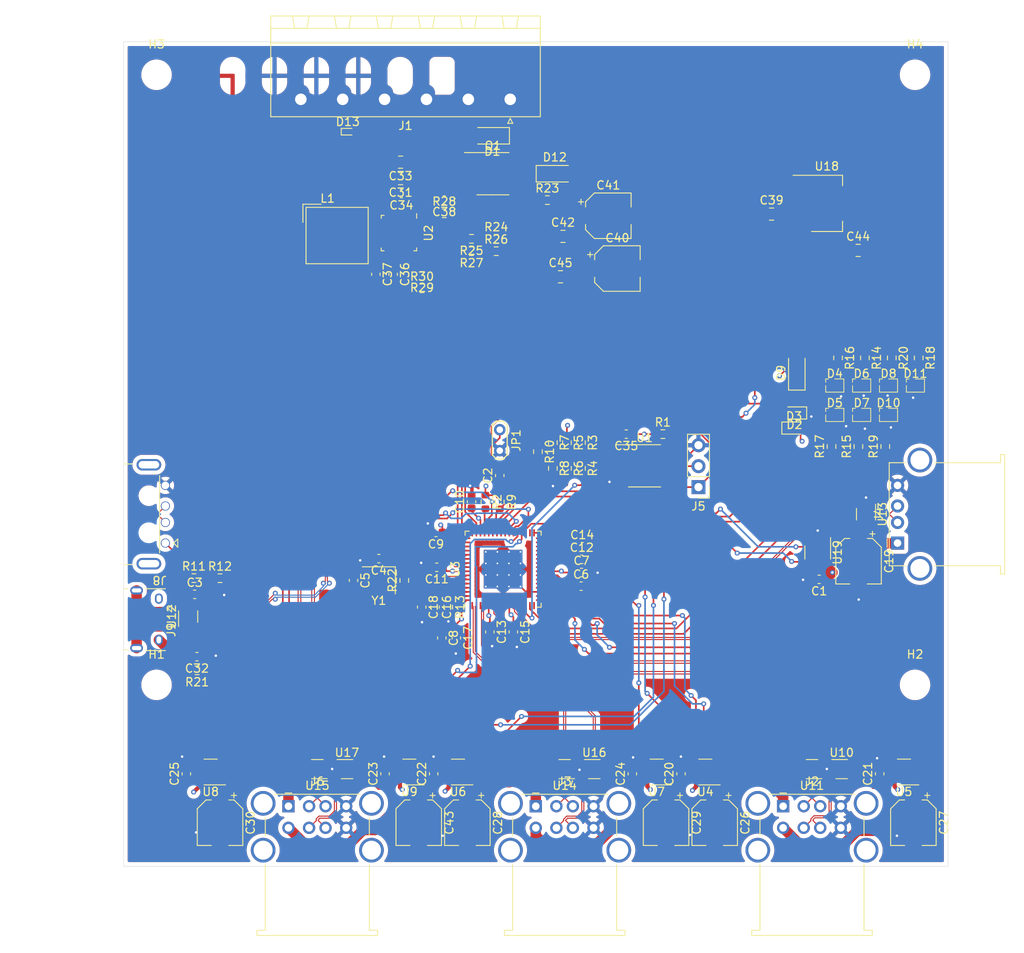
<source format=kicad_pcb>
(kicad_pcb (version 20221231) (generator pcbnew)
  (layers (0 "F.Cu" signal) (1 "In1.Cu" power) (2 "In2.Cu" power) (31 "B.Cu" signal) (34 "B.Paste" user) (35 "F.Paste" user) (36 "B.SilkS" user "B.Silkscreen") (37 "F.SilkS" user "F.Silkscreen") (38 "B.Mask" user) (39 "F.Mask" user) (44 "Edge.Cuts" user))
  (net 0 "")
  (net 1 "GND")
  (net 2 "+5V")
  (net 3 "/upstream-config-leds/~{RESET}")
  (net 4 "/upstream-config-leds/VBUS_UP")
  (net 5 "+3V3")
  (net 6 "/upstream-config-leds/VDD18")
  (net 7 "/upstream-config-leds/VDD18PLL")
  (net 8 "/downstream-port-power/VBUS1")
  (net 9 "/downstream-port-power/VBUS2")
  (net 10 "/downstream-port-power/VBUS3")
  (net 11 "/downstream-port-power/VBUS4")
  (net 12 "/downstream-port-power/VBUS5")
  (net 13 "GNDPWR")
  (net 14 "+VDC")
  (net 15 "/upstream-config-leds/xtal2")
  (net 16 "GNDA")
  (net 17 "/downstream-port-power/VBUS6")
  (net 18 "/upstream-config-leds/CFG_SEL1")
  (net 19 "/upstream-config-leds/LA_3-1")
  (net 20 "/upstream-config-leds/LED_DRIVE")
  (net 21 "/upstream-config-leds/LA_4-2")
  (net 22 "/upstream-config-leds/LA_1-3")
  (net 23 "/upstream-config-leds/LA_2-4")
  (net 24 "/upstream-config-leds/LA_7-5")
  (net 25 "/upstream-config-leds/LA_6-6")
  (net 26 "/upstream-config-leds/LA_5-DS")
  (net 27 "/downstream-port-power/U1-")
  (net 28 "/downstream-port-power/U1+")
  (net 29 "/downstream-port-power/U2-")
  (net 30 "/downstream-port-power/U2+")
  (net 31 "/downstream-port-power/U3-")
  (net 32 "/downstream-port-power/U3+")
  (net 33 "/downstream-port-power/U4-")
  (net 34 "/downstream-port-power/U4+")
  (net 35 "/downstream-port-power/DS+")
  (net 36 "/downstream-port-power/DS-")
  (net 37 "/upstream-config-leds/EE_SDA")
  (net 38 "/downstream-port-power/U5-")
  (net 39 "/downstream-port-power/U5+")
  (net 40 "/downstream-port-power/U6-")
  (net 41 "/downstream-port-power/U6+")
  (net 42 "/upstream-config-leds/UP-")
  (net 43 "/upstream-config-leds/UP+")
  (net 44 "/upstream-config-leds/LOCAL_PWR")
  (net 45 "/upstream-config-leds/CFG_SEL2")
  (net 46 "/upstream-config-leds/CFG_SEL0-EE_SCL")
  (net 47 "/upstream-config-leds/CFG_SEL1_A")
  (net 48 "/upstream-config-leds/VBUS_DET")
  (net 49 "/upstream-config-leds/RBIAS")
  (net 50 "/upstream-config-leds/LED_A1")
  (net 51 "/upstream-config-leds/LED_A2")
  (net 52 "/upstream-config-leds/LED_A3")
  (net 53 "/upstream-config-leds/LED_A4")
  (net 54 "/upstream-config-leds/LED_A5")
  (net 55 "/upstream-config-leds/LED_A6")
  (net 56 "/upstream-config-leds/LED_A7")
  (net 57 "/upstream-config-leds/xtal1")
  (net 58 "/downstream-port-power/EN5")
  (net 59 "/downstream-port-power/OC5")
  (net 60 "/downstream-port-power/OC6")
  (net 61 "/downstream-port-power/EN6")
  (net 62 "/downstream-port-power/EN3")
  (net 63 "/downstream-port-power/OC3")
  (net 64 "/downstream-port-power/OC4")
  (net 65 "/downstream-port-power/EN4")
  (net 66 "/downstream-port-power/EN1")
  (net 67 "/downstream-port-power/OC1")
  (net 68 "/downstream-port-power/OC2")
  (net 69 "/downstream-port-power/EN2")
  (net 70 "/downstream-port-power/VBUS_DS")
  (net 71 "/downstream-port-power/OC_DS")
  (net 72 "/downstream-port-power/EN_DS")
  (net 73 "Net-(C38-Pad1)")
  (net 74 "/power_input/PWR_RAW")
  (net 75 "/power_input/PolProtG")
  (net 102 "/power_input/SW")
  (net 103 "/power_input/phase")
  (net 104 "/power_input/boot")
  (net 105 "/power_input/fb")
  (net 106 "/power_input/MODE2")
  (net 107 "/power_input/MODE1")
  (net 108 "/power_input/VDD")
  (net 109 "/power_input/VDRV")
  (footprint "MountingHole:MountingHole_2.7mm_M2.5" (layer "F.Cu") (at 84 54)
    (fp_text reference "H3")
    (fp_text value "MountingHole")
  )
  (footprint "Capacitor_SMD:C_0603_1608Metric" (layer "F.Cu") (at 110.6 78.2 -90)
    (fp_text reference "C37")
    (fp_text value "4.7uF")
  )
  (footprint "Package_TO_SOT_SMD:SOT-23-5" (layer "F.Cu") (at 90.5625 138.57 180)
    (fp_text reference "U8")
    (fp_text value "APL3511C")
  )
  (footprint "Resistor_SMD:R_0603_1608Metric" (layer "F.Cu") (at 132.07 98.62 -90)
    (fp_text reference "R7")
    (fp_text value "10k")
  )
  (footprint "Capacitor_SMD:CP_Elec_5x5.4" (layer "F.Cu") (at 139.9 77.5)
    (fp_text reference "C40")
    (fp_text value "100uF")
  )
  (footprint "Resistor_SMD:R_0603_1608Metric" (layer "F.Cu") (at 88.92 126.238 180)
    (fp_text reference "R21")
    (fp_text value "330")
  )
  (footprint "LED_SMD:LED_LiteOn_LTST-C295K" (layer "F.Cu") (at 166.265 95.255)
    (fp_text reference "D5")
    (fp_text value "LTST-C295KGKRKT")
  )
  (footprint "Package_TO_SOT_SMD:SOT-363_SC-70-6" (layer "F.Cu") (at 87.833949 119.7154 90)
    (fp_text reference "U12")
    (fp_text value "NUP4202")
  )
  (footprint "LED_SMD:LED_LiteOn_LTST-C295K" (layer "F.Cu") (at 169.525 91.695)
    (fp_text reference "D6")
    (fp_text value "LTST-C295KGKRKT")
  )
  (footprint "Package_TO_SOT_SMD:SOT-363_SC-70-6" (layer "F.Cu") (at 133.5 138.22 180)
    (fp_text reference "U14")
    (fp_text value "NUP4202")
  )
  (footprint "Resistor_SMD:R_0603_1608Metric" (layer "F.Cu") (at 145.413 97.5868)
    (fp_text reference "R1")
    (fp_text value "10k")
  )
  (footprint "Capacitor_SMD:C_0603_1608Metric" (layer "F.Cu") (at 111.7125 138.79 90)
    (fp_text reference "C23")
    (fp_text value "1uF")
  )
  (footprint "Capacitor_SMD:C_0805_2012Metric" (layer "F.Cu") (at 113.6 66.6 180)
    (fp_text reference "C31")
    (fp_text value "22uF/30V+")
  )
  (footprint "Capacitor_SMD:CP_Elec_5x5.4" (layer "F.Cu") (at 175.8 144.72 -90)
    (fp_text reference "C27")
    (fp_text value "100uF")
  )
  (footprint "Capacitor_SMD:C_0805_2012Metric" (layer "F.Cu") (at 113.6 64.6 180)
    (fp_text reference "C33")
    (fp_text value "22uF/30V+")
  )
  (footprint "Capacitor_SMD:C_0603_1608Metric" (layer "F.Cu") (at 135.58 112.78)
    (fp_text reference "C12")
    (fp_text value "1uF")
  )
  (footprint "Resistor_SMD:R_0603_1608Metric" (layer "F.Cu") (at 169.92 88.34 -90)
    (fp_text reference "R14")
    (fp_text value "330")
  )
  (footprint "Capacitor_SMD:C_0603_1608Metric" (layer "F.Cu") (at 117.78 118.57 -90)
    (fp_text reference "C16")
    (fp_text value "1uF")
  )
  (footprint "Resistor_SMD:R_0603_1608Metric" (layer "F.Cu") (at 169.13 99.09 90)
    (fp_text reference "R15")
    (fp_text value "330")
  )
  (footprint "Resistor_SMD:R_0603_1608Metric" (layer "F.Cu") (at 131.4 69.2)
    (fp_text reference "R23")
    (fp_text value "10k")
  )
  (footprint "Package_SO:SOIC-8_3.9x4.9mm_P1.27mm" (layer "F.Cu") (at 124.8 66)
    (fp_text reference "Q1")
    (fp_text value "Si4435")
  )
  (footprint "Package_TO_SOT_SMD:SOT-23-5" (layer "F.Cu") (at 164.196501 111.940267 -90)
    (fp_text reference "U19")
    (fp_text value "APL3511C")
  )
  (footprint "Resistor_SMD:R_0603_1608Metric" (layer "F.Cu") (at 122.2 73.9 180)
    (fp_text reference "R25")
    (fp_text value "100k")
  )
  (footprint "Package_TO_SOT_SMD:SOT-23-5" (layer "F.Cu") (at 120.5625 138.57 180)
    (fp_text reference "U6")
    (fp_text value "APL3511C")
  )
  (footprint "LED_SMD:LED_LiteOn_LTST-C295K" (layer "F.Cu") (at 172.785 91.695)
    (fp_text reference "D8")
    (fp_text value "LTST-C295KGKRKT")
  )
  (footprint "Resistor_SMD:R_0603_1608Metric" (layer "F.Cu") (at 166.66 88.34 -90)
    (fp_text reference "R16")
    (fp_text value "330")
  )
  (footprint "Capacitor_SMD:C_0603_1608Metric" (layer "F.Cu") (at 135.63 111.24)
    (fp_text reference "C14")
    (fp_text value ".1uF")
  )
  (footprint "Connector_USB:USB_Micro-B_Amphenol_10118194-0001LF_Horizontal" (layer "F.Cu") (at 81.578949 120.0404 -90)
    (fp_text reference "J9")
    (fp_text value "USB_B_Micro (up)")
  )
  (footprint "Capacitor_SMD:CP_Elec_5x5.4" (layer "F.Cu") (at 169.149501 113.002767 -90)
    (fp_text reference "C19")
    (fp_text value "100uF")
  )
  (footprint "Capacitor_SMD:C_0603_1608Metric" (layer "F.Cu") (at 118.9 69.2 180)
    (fp_text reference "C38")
    (fp_text value ".1uF")
  )
  (footprint "Package_TO_SOT_SMD:SOT-363_SC-70-6" (layer "F.Cu") (at 170.055501 107.302767 -90)
    (fp_text reference "U13")
    (fp_text value "NUP4202")
  )
  (footprint "Package_TO_SOT_SMD:SOT-363_SC-70-6" (layer "F.Cu") (at 103.5 138.22 180)
    (fp_text reference "U15")
    (fp_text value "NUP4202")
  )
  (footprint "Capacitor_SMD:C_0603_1608Metric" (layer "F.Cu") (at 127.28 121.58 -90)
    (fp_text reference "C15")
    (fp_text value ".1uF")
  )
  (footprint "Resistor_SMD:R_0603_1608Metric" (layer "F.Cu") (at 173.18 88.34 -90)
    (fp_text reference "R20")
    (fp_text value "330")
  )
  (footprint "Resistor_SMD:R_0603_1608Metric" (layer "F.Cu") (at 119.38 118.57 -90)
    (fp_text reference "R13")
    (fp_text value "12k")
  )
  (footprint "Capacitor_SMD:C_0603_1608Metric" (layer "F.Cu") (at 88.9 124.578 180)
    (fp_text reference "C32")
    (fp_text value ".1uF")
  )
  (footprint "Resistor_SMD:R_0603_1608Metric" (layer "F.Cu") (at 116.2 79.9)
    (fp_text reference "R30")
    (fp_text value "3k")
  )
  (footprint "Resistor_SMD:R_0603_1608Metric" (layer "F.Cu") (at 123.89 105.81 -90)
    (fp_text reference "R2")
    (fp_text value "10k")
  )
  (footprint "Package_SO:SOIC-8_3.9x4.9mm_P1.27mm" (layer "F.Cu") (at 143.193 101.433)
    (fp_text reference "U1")
    (fp_text value "2k i2c eeprom")
  )
  (footprint "MountingHole:MountingHole_2.7mm_M2.5" (layer "F.Cu") (at 84 128)
    (fp_text reference "H1")
    (fp_text value "MountingHole")
  )
  (footprint "MountingHole:MountingHole_2.7mm_M2.5" (layer "F.Cu") (at 176 54)
    (fp_text reference "H4")
    (fp_text value "MountingHole")
  )
  (footprint "Capacitor_SMD:C_0603_1608Metric" (layer "F.Cu") (at 141.7125 138.79 90)
    (fp_text reference "C24")
    (fp_text value "1uF")
  )
  (footprint "Package_DFN_QFN:QFN-64-1EP_9x9mm_P0.5mm_EP4.7x4.7mm_ThermalVias" (layer "F.Cu") (at 126.04 113.97 90)
    (fp_text reference "U3")
    (fp_text value "USB2517")
  )
  (footprint "Resistor_SMD:R_0603_1608Metric" (layer "F.Cu") (at 125.2 75.4)
    (fp_text reference "R26")
    (fp_text value "DNP")
  )
  (footprint "Capacitor_SMD:C_0603_1608Metric" (layer "F.Cu") (at 110.96 112.69 180)
    (fp_text reference "C4")
    (fp_text value "33pF")
  )
  (footprint "Capacitor_SMD:CP_Elec_5x5.4" (layer "F.Cu") (at 145.8 144.72 -90)
    (fp_text reference "C29")
    (fp_text value "100uF")
  )
  (footprint "Package_TO_SOT_SMD:SOT-363_SC-70-6" (layer "F.Cu") (at 167.1 138.22)
    (fp_text reference "U10")
    (fp_text value "NUP4202")
  )
  (footprint "Resistor_SMD:R_0603_1608Metric" (layer "F.Cu") (at 132.07 101.74 -90)
    (fp_text reference "R8")
    (fp_text value "10k")
  )
  (footprint "Package_TO_SOT_SMD:SOT-23-5" (layer "F.Cu") (at 174.6625 138.57 180)
    (fp_text reference "U5")
    (fp_text value "APL3511C")
  )
  (footprint "Capacitor_SMD:C_0603_1608Metric" (layer "F.Cu") (at 147.6125 138.79 90)
    (fp_text reference "C20")
    (fp_text value "1uF")
  )
  (footprint "Capacitor_SMD:C_0603_1608Metric" (layer "F.Cu") (at 87.6125 138.79 90)
    (fp_text reference "C25")
    (fp_text value "1uF")
  )
  (footprint "Capacitor_SMD:CP_Elec_5x5.4" (layer "F.Cu") (at 138.8 71.1)
    (fp_text reference "C41")
    (fp_text value "100uF")
  )
  (footprint "Diode_SMD:D_SOD-923" (layer "F.Cu") (at 107.2 60.9)
    (fp_text reference "D13")
    (fp_text value "DF2S6.2FS,L3M")
  )
  (footprint "Capacitor_SMD:C_0603_1608Metric" (layer "F.Cu") (at 171.7125 138.79 90)
    (fp_text reference "C21")
    (fp_text value "1uF")
  )
  (footprint "Connector_USB:USB_A_Stewart_SS-52100-001_Horizontal" (layer "F.Cu") (at 173.88 110.802767 90)
    (fp_text reference "J4")
    (fp_text value "USB_A (female down)")
  )
  (footprint "LED_SMD:LED_LiteOn_LTST-C295K" (layer "F.Cu") (at 169.525 95.255)
    (fp_text reference "D7")
    (fp_text value "LTST-C295KGKRKT")
  )
  (footprint "Connector_PinHeader_2.54mm:PinHeader_1x03_P2.54mm_Vertical" (layer "F.Cu") (at 149.733 104.013 180)
    (fp_text reference "J5")
    (fp_text value "Conn_01x03_Male")
  )
  (footprint "Package_TO_SOT_SMD:SOT-23-5" (layer "F.Cu") (at 114.6625 138.57 180)
    (fp_text reference "U9")
    (fp_text value "APL3511C")
  )
  (footprint "Capacitor_SMD:C_0603_1608Metric" (layer "F.Cu") (at 124.43 121.58 -90)
    (fp_text reference "C13")
    (fp_text value ".1uF")
  )
  (footprint "Connector_USB:USB_A_Wuerth_61400826021_Horizontal_Stacked" (layer "F.Cu") (at 160 142.72)
    (fp_text reference "J2")
    (fp_text value "USB_A_Stacked")
  )
  (footprint "LED_SMD:LED_LiteOn_LTST-C295K" (layer "F.Cu") (at 176.045 91.695)
    (fp_text reference "D11")
    (fp_text value "LTST-C295KGKRKT")
  )
  (footprint "LED_SMD:LED_0603_1608Metric" (layer "F.Cu") (at 161.33 96.85)
    (fp_text reference "D3")
    (fp_text value "HS1B")
  )
  (footprint "Resistor_SMD:R_0603_1608Metric" (layer "F.Cu") (at 133.775 101.74 -90)
    (fp_text reference "R6")
    (fp_text value "10k")
  )
  (footprint "Connector_USB:USB_A_Plug_SOFNG_USB-05" (layer "F.Cu") (at 83.070966 107.302767 180)
    (fp_text reference "J8")
    (fp_text value "USB_A male UP")
  )
  (footprint "Diode_SMD:D_SOD-123" (layer "F.Cu") (at 132.3 66)
    (fp_text reference "D12")
    (fp_text value "BZT52B12")
  )
  (footprint "Resistor_SMD:R_0603_1608Metric" (layer "F.Cu") (at 116.2 78.4 180)
    (fp_text reference "R29")
    (fp_text value "22k")
  )
  (footprint "Capacitor_SMD:C_0603_1608Metric" (layer "F.Cu") (at 116.16 118.57 -90)
    (fp_text reference "C18")
    (fp_text value ".1uF")
  )
  (footprint "Capacitor_SMD:C_0603_1608Metric" (layer "F.Cu") (at 117.89 109.51 180)
    (fp_text reference "C9")
    (fp_text value ".1uF")
  )
  (footprint "Capacitor_SMD:C_0805_2012Metric" (layer "F.Cu") (at 133.3 73.6)
    (fp_text reference "C42")
    (fp_text value "22uF/6.3V")
  )
  (footprint "Diode_SMD:D_SOD-123F" (layer "F.Cu") (at 161.66 90.045 90)
    (fp_text reference "D9")
    (fp_text value "SM400x")
  )
  (footprint "Capacitor_SMD:C_0603_1608Metric" (layer "F.Cu") (at 164.371501 115.202767 180)
    (fp_text reference "C1")
    (fp_text value "1uF")
  )
  (footprint "Resistor_SMD:R_0603_1608Metric" (layer "F.Cu") (at 88.534 115.052)
    (fp_text reference "R11")
    (fp_text value "100k")
  )
  (footprint "Connector_USB:USB_A_Wuerth_61400826021_Horizontal_Stacked" (layer "F.Cu") (at 130 142.72)
    (fp_text reference "J3")
    (fp_text value "USB_A_Stacked")
  )
  (footprint "Resistor_SMD:R_0603_1608Metric" (layer "F.Cu") (at 135.48 101.74 -90)
    (fp_text reference "R4")
    (fp_text value "10k")
  )
  (footprint "Resistor_SMD:R_0603_1608Metric" (layer "F.Cu") (at 122.2 75.4 180)
    (fp_text reference "R27")
    (fp_text value "499k")
  )
  (footprint "Capacitor_SMD:C_0805_2012Metric" (layer "F.Cu") (at 169.1 75.3)
    (fp_text reference "C44")
    (fp_text value "10uF")
  )
  (footprint "Resistor_SMD:R_0603_1608Metric" (layer "F.Cu") (at 130.26 99.71 -90)
    (fp_text reference "R10")
    (fp_text value "330")
  )
  (footprint "Resistor_SMD:R_0603_1608Metric" (layer "F.Cu") (at 165.87 99.09 90)
    (fp_text reference "R17")
    (fp_text value "330")
  )
  (footprint "Capacitor_SMD:CP_Elec_5x5.4" (layer "F.Cu") (at 91.7 144.72 -90)
    (fp_text reference "C30")
    (fp_text value "100uF")
  )
  (footprint "Package_TO_SOT_SMD:SOT-23-5" (layer "F.Cu") (at 150.5625 138.57 180)
    (fp_text reference "U4")
    (fp_text value "APL3511C")
  )
  (footprint "Resistor_SMD:R_0603_1608Metric" (layer "F.Cu") (at 176.44 88.34 -90)
    (fp_text reference "R18")
    (fp_text value "330")
  )
  (footprint "Resistor_SMD:R_0603_1608Metric" (layer "F.Cu") (at 114.05 115.33 90)
    (fp_text reference "R22")
    (fp_text value "1M")
  )
  (footprint "MountingHole:MountingHole_2.7mm_M2.5" (layer "F.Cu") (at 176 128)
    (fp_text reference "H2")
    (fp_text value "MountingHole")
  )
  (footprint "Capacitor_SMD:C_0603_1608Metric" (layer "F.Cu") (at 117.6125 138.79 90)
    (fp_text reference "C22")
    (fp_text value "1uF")
  )
  (footprint "Package_DFN_QFN:Vishay_MLP-44L_4x4" (layer "F.Cu") (at 113.4 73.2 -90)
    (fp_text reference "U2")
    (fp_text value "SiC437AED")
  )
  (footprint "Resistor_SMD:R_0603_1608Metric" (layer "F.Cu") (at 91.694 115.062)
    (fp_text reference "R12")
    (fp_text value "100k")
  )
  (footprint "LED_SMD:LED_LiteOn_LTST-C295K" (layer "F.Cu") (at 166.265 91.695)
    (fp_text reference "D4")
    (fp_text value "LTST-C295KGKRKT")
  )
  (footprint "Capacitor_SMD:C_0603_1608Metric" (layer "F.Cu") (at 118.6 122.31 -90)
    (fp_text reference "C8")
    (fp_text value "1uF")
  )
  (footprint "Capacitor_SMD:C_0603_1608Metric" (layer "F.Cu") (at 107.89 115.33 -90)
    (fp_text reference "C5")
    (fp_text value "33pF")
  )
  (footprint "Capacitor_SMD:C_0603_1608Metric" (layer "F.Cu") (at 122.21 105.79 90)
    (fp_text reference "C10")
    (fp_text value ".1uF")
  )
  (footprint "Capacitor_SMD:C_0603_1608Metric" (layer "F.Cu") (at 113.7 68.4 180)
    (fp_text reference "C34")
    (fp_text value ".1uF")
  )
  (footprint "Capacitor_SMD:CP_Elec_5x5.4" (layer "F.Cu") (at 151.7 144.72 -90)
    (fp_text reference "C26")
    (fp_text value "100uF")
  )
  (footprint "Diode_SMD:D_SOD-123F" (layer "F.Cu") (at 124.6 61.4 180)
    (fp_text reference "D1")
    (fp_text value "SMF24A")
  )
  (footprint "Capacitor_SMD:C_0603_1608Metric" (layer "F.Cu") (at 117.99 113.74 180)
    (fp_text reference "C11")
    (fp_text value ".1uF")
  )
  (footprint "Crystal:Crystal_SMD_3225-4Pin_3.2x2.5mm" (layer "F.Cu") (at 110.96 115.33 180)
    (fp_text reference "Y1")
    (fp_text value "24MHz")
  )
  (footprint "Capacitor_SMD:C_0603_1608Metric" (layer "F.Cu") (at 125.63 102.616 90)
    (fp_text reference "C2")
    (fp_text value ".1uF")
  )
  (footprint "Resistor_SMD:R_0603_1608Metric" (layer "F.Cu") (at 133.775 98.62 -90)
    (fp_text reference "R5")
    (fp_text value "10k")
  )
  (footprint "Resistor_SMD:R_0603_1608Metric" (layer "F.Cu") (at 118.9 70.8)
    (fp_text reference "R28")
    (fp_text value "2.2")
  )
  (footprint "Resistor_SMD:R_0603_1608Metric" (layer "F.Cu") (at 135.48 98.62 -90)
    (fp_text reference "R3")
    (fp_text value "10k")
  )
  (footprint "LED_SMD:LED_LiteOn_LTST-C295K" (layer "F.Cu") (at 172.785 95.255)
    (fp_text reference "D10")
    (fp_text value "LTST-C295KGKRKT")
  )
  (footprint "Capacitor_SMD:C_0603_1608Metric" (layer "F.Cu") (at 112.7 78.2 -90)
    (fp_text reference "C36")
    (fp_text value "1uF")
  )
  (footprint "Connector_Phoenix_MSTB:PhoenixContact_MSTBA_2,5_6-G-5,08_1x06_P5.08mm_Horizontal" (layer "F.Cu") (at 126.9 56.9775 180)
    (fp_text reference "J1")
    (fp_text value "Conn_01x06")
  )
  (footprint "Capacitor_SMD:C_0805_2012Metric" (layer "F.Cu") (at 133 78.5)
    (fp_text reference "C45")
    (fp_text value "22uF/6.3V")
  )
  (footprint "Resistor_SMD:R_0603_1608Metric" (layer "F.Cu") (at 172.39 99.09 90)
    (fp_text reference "R19")
    (fp_text value "330")
  )
  (footprint "Capacitor_SMD:C_0603_1608Metric" (layer "F.Cu") (at 88.624 117.022)
    (fp_text reference "C3")
    (fp_text value "2.2uF")
  )
  (footprint "Resistor_SMD:R_0603_1608Metric" (layer "F.Cu") (at 125.2 73.9)
    (fp_text reference "R24")
    (fp_text value "DNP")
  )
  (footprint "Capacitor_SMD:C_0603_1608Metric" (layer "F.Cu") (at 140.973 97.5868 180)
    (fp_text reference "C35")
    (fp_text value ".1uF")
  )
  (footprint "Capacitor_SMD:C_0603_1608Metric" (layer "F.Cu") (at 135.55 114.37)
    (fp_text reference "C7")
    (fp_text value ".1uF")
  )
  (footprint "Capacitor_SMD:C_0603_1608Metric" (layer "F.Cu") (at 135.5 116.03)
    (fp_text reference "C6")
    (fp_text value "1uF")
  )
  (footprint "Package_TO_SOT_SMD:SOT-23-5" (layer "F.Cu") (at 144.6625 138.57 180)
    (fp_text reference "U7")
    (fp_text value "APL3511C")
  )
  (footprint "Package_TO_SOT_SMD:SOT-363_SC-70-6" (layer "F.Cu") (at 107.1 138.22)
    (fp_text reference "U17")
    (fp_text value "NUP4202")
  )
  (footprint "LED_SMD:LED_0603_1608Metric" (layer "F.Cu") (at 161.37 95.02 180)
    (fp_text reference "D2")
    (fp_text value "HS1A")
  )
  (footprint "Capacitor_SMD:CP_Elec_5x5.4" (layer "F.Cu") (at 115.8 144.72 -90)
    (fp_text reference "C43")
    (fp_text value "100uF")
  )
  (footprint "Connector_USB:USB_A_Wuerth_61400826021_Horizontal_Stacked" (layer "F.Cu") (at 100 142.72)
    (fp_text reference "J6")
    (fp_text value "USB_A_Stacked")
  )
  (footprint "Package_TO_SOT_SMD:SOT-223-3_TabPin2" (layer "F.Cu") (at 165.3 69.6)
    (fp_text reference "U18")
    (fp_text value "SE5120ST33")
  )
  (footprint "Capacitor_SMD:CP_Elec_5x5.4" (layer "F.Cu") (at 121.7 144.72 -90)
    (fp_text reference "C28")
    (fp_text value "100uF")
  )
  (footprint "Resistor_SMD:R_0603_1608Metric" (layer "F.Cu") (at 125.63 105.82 -90)
    (fp_text reference "R9")
    (fp_text value "100k")
  )
  (footprint "Capacitor_SMD:C_0805_2012Metric" (layer "F.Cu") (at 158.6 70.9)
    (fp_text reference "C39")
    (fp_text value "10uF")
  )
  (footprint "Capacitor_SMD:C_0603_1608Metric" (layer "F.Cu") (at 120.36 122.31 -90)
    (fp_text reference "C17")
    (fp_text value ".1uF")
  )
  (footprint "Inductor_SMD:L_AVX_LMLP07A7" (layer "F.Cu") (at 105.9 73.5)
    (fp_text reference "L1")
    (fp_text value "1.5uH")
  )
  (footprint "Package_TO_SOT_SMD:SOT-363_SC-70-6" (layer "F.Cu") (at 163.5 138.22 180)
    (fp_text reference "U11")
    (fp_text value "NUP4202")
  )
  (footprint "TestPoint:TestPoint_2Pads_Pitch2.54mm_Drill0.8mm" (layer "F.Cu") (at 125.63 97.048 -90)
    (fp_text reference "JP1")
    (fp_text value "Jumper_2_Open")
  )
  (footprint "Package_TO_SOT_SMD:SOT-363_SC-70-6" (layer "F.Cu") (at 137.1 138.22)
    (fp_text reference "U16")
    (fp_text value "NUP4202")
  )
  (gr_rect (start 80 150) (end 180 50) (stroke (width 0.05)) (fill none) (layer "Edge.Cuts"))
  (segment (start 94.955 63.46) (end 94.955 62.485) (width 0.2) (layer "F.Cu") (net 0))
  (segment (start 85.87 62.38) (end 86.82 62.38) (width 0.2) (layer "F.Cu") (net 0))
  (segment (start 93.47 61) (end 88.2 61) (width 0.2) (layer "F.Cu") (net 0))
  (segment (start 86.82 62.38) (end 88.1 61.1) (width 0.2) (layer "F.Cu") (net 0))
  (segment (start 94.955 62.485) (end 93.47 61) (width 0.2) (layer "F.Cu") (net 0))
  (segment (start 118.17 138.57) (end 117.7 138.1) (width 0.2) (layer "F.Cu") (net 1))
  (segment (start 174.42 146.92) (end 173.8 146.3) (width 0.5) (layer "F.Cu") (net 1))
  (segment (start 140.718 100.798) (end 140.718 102.068) (width 0.2) (layer "F.Cu") (net 1))
  (segment (start 107.89 113.71) (end 108.7 112.9) (width 0.2) (layer "F.Cu") (net 1))
  (segment (start 135.22 138.22) (end 135.3 138.3) (width 0.2) (layer "F.Cu") (net 1))
  (segment (start 134.45 138.22) (end 135.22 138.22) (width 0.2) (layer "F.Cu") (net 1))
  (segment (start 132.07 102.565) (end 132.07 103.876) (width 0.2) (layer "F.Cu") (net 1))
  (segment (start 147.6125 136.7125) (end 147.6 136.7) (width 0.2) (layer "F.Cu") (net 1))
  (segment (start 136.15 138.22) (end 135.38 138.22) (width 0.2) (layer "F.Cu") (net 1))
  (segment (start 137.47 114.37) (end 137.5 114.4) (width 0.5) (layer "F.Cu") (net 1))
  (segment (start 87.8124 121.3404) (end 87.833949 121.361949) (width 0.2) (layer "F.Cu") (net 1))
  (segment (start 140.718 103.338) (end 138.978 103.338) (width 0.2) (layer "F.Cu") (net 1))
  (segment (start 164.196501 110.838) (end 164.196501 109.284) (width 0.5) (layer "F.Cu") (net 1))
  (segment (start 165.32 138.22) (end 165.3 138.2) (width 0.2) (layer "F.Cu") (net 1))
  (segment (start 119.38 120.28) (end 119.4 120.3) (width 0.2) (layer "F.Cu") (net 1))
  (segment (start 127.28 122.98) (end 127.7 123.4) (width 0.2) (layer "F.Cu") (net 1))
  (segment (start 176.645 92.2902) (end 175.768 93.1672) (width 0.2) (layer "F.Cu") (net 1))
  (segment (start 92.13 117.022) (end 92.202 117.094) (width 0.2) (layer "F.Cu") (net 1))
  (segment (start 117.215 113.74) (end 116.64 113.74) (width 0.2) (layer "F.Cu") (net 1))
  (segment (start 88.17 138.57) (end 87.6 138) (width 0.2) (layer "F.Cu") (net 1))
  (segment (start 124.43 123.03) (end 124.7 123.3) (width 0.2) (layer "F.Cu") (net 1))
  (segment (start 173.385 92.1974) (end 172.6692 92.9132) (width 0.2) (layer "F.Cu") (net 1))
  (segment (start 132.07 102.565) (end 133.775 102.565) (width 0.2) (layer "F.Cu") (net 1))
  (segment (start 171.7125 137.2125) (end 171.4 136.9) (width 0.2) (layer "F.Cu") (net 1))
  (segment (start 170.055501 106.352767) (end 170.055501 105.285501) (width 0.2) (layer "F.Cu") (net 1))
  (segment (start 147.03 138.57) (end 147.6 138) (width 0.2) (layer "F.Cu") (net 1))
  (segment (start 164.45 138.22) (end 165.28 138.22) (width 0.2) (layer "F.Cu") (net 1))
  (segment (start 136.405 115.895) (end 136.3 116) (width 0.5) (layer "F.Cu") (net 1))
  (segment (start 87.833949 120.6654) (end 87.833949 121.361949) (width 0.2) (layer "F.Cu") (net 1))
  (segment (start 116.2 119.4) (end 116.2 120.4) (width 0.5) (layer "F.Cu") (net 1))
  (segment (start 115.8 138.57) (end 117.03 138.57) (width 0.2) (layer "F.Cu") (net 1))
  (segment (start 140.718 102.068) (end 140.718 103.338) (width 0.2) (layer "F.Cu") (net 1))
  (segment (start 111.7125 136.8125) (end 111.6 136.7) (width 0.2) (layer "F.Cu") (net 1))
  (segment (start 89.675 126.168) (end 89.745 126.238) (width 1.27) (layer "F.Cu") (net 1))
  (segment (start 111.96 116.18) (end 110.28 114.5) (width 0.2) (layer "F.Cu") (net 1))
  (segment (start 175.8 146.92) (end 174.42 146.92) (width 0.5) (layer "F.Cu") (net 1))
  (segment (start 140.718 99.528) (end 140.718 100.798) (width 0.2) (layer "F.Cu") (net 1))
  (segment (start 133.775 102.565) (end 135.48 102.565) (width 0.2) (layer "F.Cu") (net 1))
  (segment (start 166.865 95.605) (end 166.865 95.8466) (width 0.2) (layer "F.Cu") (net 1))
  (segment (start 173.385 92.045) (end 173.385 92.1974) (width 0.2) (layer "F.Cu") (net 1))
  (segment (start 145.8 138.57) (end 147.03 138.57) (width 0.2) (layer "F.Cu") (net 1))
  (segment (start 145.8 146.92) (end 147.98 146.92) (width 0.5) (layer "F.Cu") (net 1))
  (segment (start 117.03 138.57) (end 117.6 138) (width 0.2) (layer "F.Cu") (net 1))
  (segment (start 89.675 123.203) (end 89.675 124.578) (width 0.2) (layer "F.Cu") (net 1))
  (segment (start 171.7125 138.015) (end 171.7125 137.2125) (width 0.2) (layer "F.Cu") (net 1))
  (segment (start 119.38 119.395) (end 119.38 120.28) (width 0.2) (layer "F.Cu") (net 1))
  (segment (start 166.865 95.8466) (end 167.64 96.6216) (width 0.2) (layer "F.Cu") (net 1))
  (segment (start 89.675 124.578) (end 91.068 124.578) (width 1.27) (layer "F.Cu") (net 1))
  (segment (start 147.98 146.92) (end 148.7 146.2) (width 0.5) (layer "F.Cu") (net 1))
  (segment (start 165.28 138.22) (end 165.3 138.2) (width 0.2) (layer "F.Cu") (net 1))
  (segment (start 108.91 112.69) (end 108.7 112.9) (width 0.2) (layer "F.Cu") (net 1))
  (segment (start 107.89 114.555) (end 109.745 114.555) (width 0.2) (layer "F.Cu") (net 1))
  (segment (start 119.32 146.92) (end 118.7 146.3) (width 0.5) (layer "F.Cu") (net 1))
  (segment (start 110.28 114.5) (end 109.9 114.5) (width 0.2) (layer "F.Cu") (net 1))
  (segment (start 110.185 112.69) (end 108.91 112.69) (width 0.2) (layer "F.Cu") (net 1))
  (segment (start 135.38 138.22) (end 135.3 138.3) (width 0.2) (layer "F.Cu") (net 1))
  (segment (start 136.405 111.24) (end 136.405 115.895) (width 0.5) (layer "F.Cu") (net 1))
  (segment (start 91.7 138.57) (end 88.17 138.57) (width 0.2) (layer "F.Cu") (net 1))
  (segment (start 130.4525 116.72) (end 128.79 116.72) (width 0.2) (layer "F.Cu") (net 1))
  (segment (start 140.198 97.5868) (end 140.198 99.008) (width 0.2) (layer "F.Cu") (net 1))
  (segment (start 107.89 114.555) (end 107.89 113.71) (width 0.2) (layer "F.Cu") (net 1))
  (segment (start 87.6125 138.015) (end 87.6125 137.2125) (width 0.2) (layer "F.Cu") (net 1))
  (segment (start 138.978 103.338) (end 138.938 103.378) (width 0.2) (layer "F.Cu") (net 1))
  (segment (start 109.86 114.48) (end 109.86 113.04) (width 0.2) (layer "F.Cu") (net 1))
  (segment (start 89.399 117.022) (end 92.13 117.022) (width 0.2) (layer "F.Cu") (net 1))
  (segment (start 121.7 138.57) (end 118.17 138.57) (width 0.2) (layer "F.Cu") (net 1))
  (segment (start 120.36 123.085) (end 120.36 124.14) (width 0.2) (layer "F.Cu") (net 1))
  (segment (start 116.64 113.74) (end 116.1 113.2) (width 0.2) (layer "F.Cu") (net 1))
  (segment (start 117.6 138) (end 117.6 136.7) (width 0.2) (layer "F.Cu") (net 1))
  (segment (start 141.7125 138.015) (end 141.7125 136.8875) (width 0.2) (layer "F.Cu") (net 1))
  (segment (start 128.79 116.72) (end 128.14 116.07) (width 0.2) (layer "F.Cu") (net 1))
  (segment (start 163.596501 115.238) (end 162.433501 115.238) (width 0.5) (layer "F.Cu") (net 1))
  (segment (start 141.7125 136.8875) (end 141.8 136.8) (width 0.2) (layer "F.Cu") (net 1))
  (segment (start 151.7 138.57) (end 148.07 138.57) (width 0.2) (layer "F.Cu") (net 1))
  (segment (start 162.433501 115.238) (end 162.418501 115.253) (width 0.5) (layer "F.Cu") (net 1))
  (segment (start 92.519 115.062) (end 92.519 116.777) (width 0.2) (layer "F.Cu") (net 1))
  (segment (start 106.15 138.22) (end 105.32 138.22) (width 0.2) (layer "F.Cu") (net 1))
  (segment (start 170.125 96.7274) (end 169.926 96.9264) (width 0.2) (layer "F.Cu") (net 1))
  (segment (start 115.8 146.92) (end 118.08 146.92) (width 0.5) (layer "F.Cu") (net 1))
  (segment (start 118.615 123.085) (end 118.6 123.1) (width 0.2) (layer "F.Cu") (net 1))
  (segment (start 89.675 124.578) (end 89.675 126.168) (width 1.27) (layer "F.Cu") (net 1))
  (segment (start 166.865 92.045) (end 166.865 92.8494) (width 0.2) (layer "F.Cu") (net 1))
  (segment (start 175.8 138.57) (end 172.27 138.57) (width 0.2) (layer "F.Cu") (net 1))
  (segment (start 162.9904 95.02) (end 163.4236 95.4532) (width 0.2) (layer "F.Cu") (net 1))
  (segment (start 172.27 138.57) (end 171.7 138) (width 0.2) (layer "F.Cu") (net 1))
  (segment (start 112.06 116.18) (end 111.96 116.18) (width 0.2) (layer "F.Cu") (net 1))
  (segment (start 147.6125 138.015) (end 147.6125 136.7125) (width 0.2) (layer "F.Cu") (net 1))
  (segment (start 105.32 138.22) (end 105.3 138.2) (width 0.2) (layer "F.Cu") (net 1))
  (segment (start 122.21 105.015) (end 122.21 104.023587) (width 0.2) (layer "F.Cu") (net 1))
  (segment (start 87.6125 137.2125) (end 87.1 136.7) (width 0.2) (layer "F.Cu") (net 1))
  (segment (start 149.42 146.92) (end 148.7 146.2) (width 0.5) (layer "F.Cu") (net 1))
  (segment (start 136.325 114.37) (end 137.47 114.37) (width 0.5) (layer "F.Cu") (net 1))
  (segment (start 127.28 122.355) (end 127.28 122.98) (width 0.2) (layer "F.Cu") (net 1))
  (segment (start 140.198 99.008) (end 140.718 99.528) (width 0.2) (layer "F.Cu") (net 1))
  (segment (start 120.36 124.14) (end 120.3 124.2) (width 0.2) (layer "F.Cu") (net 1))
  (segment (start 170.055501 105.285501) (end 170.053 105.283) (width 0.2) (layer "F.Cu") (net 1))
  (segment (start 124.43 122.355) (end 124.43 123.03) (width 0.2) (layer "F.Cu") (net 1))
  (segment (start 109.745 114.555) (end 109.8 114.5) (width 0.2) (layer "F.Cu") (net 1))
  (segment (start 147.868 100.798) (end 149.733 98.933) (width 0.2) (layer "F.Cu") (net 1))
  (segment (start 169.149501 115.202767) (end 169.149501 117.638301) (width 0.5) (layer "F.Cu") (net 1))
  (segment (start 111.7125 138.015) (end 111.7125 136.8125) (width 0.2) (layer "F.Cu") (net 1))
  (segment (start 162.1575 95.02) (end 162.9904 95.02) (width 0.2) (layer "F.Cu") (net 1))
  (segment (start 176.645 92.045) (end 176.645 92.2902) (width 0.2) (layer "F.Cu") (net 1))
  (segment (start 166.865 92.8494) (end 167.0304 93.0148) (width 0.2) (layer "F.Cu") (net 1))
  (segment (start 170.125 95.605) (end 170.125 96.7274) (width 0.2) (layer "F.Cu") (net 1))
  (segment (start 122.21 104.023587) (end 122.03498 103.848567) (width 0.2) (layer "F.Cu") (net 1))
  (segment (start 89.82 146.92) (end 88.8 145.9) (width 0.5) (layer "F.Cu") (net 1))
  (segment (start 116.255 119.345) (end 116.2 119.4) (width 0.5) (layer "F.Cu") (net 1))
  (segment (start 84.278949 121.3404) (end 87.8124 121.3404) (width 0.2) (layer "F.Cu") (net 1))
  (segment (start 92.519 116.777) (end 92.202 117.094) (width 0.2) (layer "F.Cu") (net 1))
  (segment (start 120.36 123.085) (end 118.615 123.085) (width 0.2) (layer "F.Cu") (net 1))
  (segment (start 118.08 146.92) (end 118.7 146.3) (width 0.5) (layer "F.Cu") (net 1))
  (segment (start 104.45 138.22) (end 105.28 138.22) (width 0.2) (layer "F.Cu") (net 1))
  (segment (start 91.7 146.92) (end 89.82 146.92) (width 0.5) (layer "F.Cu") (net 1))
  (segment (start 105.28 138.22) (end 105.3 138.2) (width 0.2) (layer "F.Cu") (net 1))
  (segment (start 173.385 96.4646) (end 173.0756 96.774) (width 0.2) (layer "F.Cu") (net 1))
  (segment (start 170.125 92.5618) (end 169.7736 92.9132) (width 0.2) (layer "F.Cu") (net 1))
  (segment (start 121.7 146.92) (end 119.32 146.92) (width 0.5) (layer "F.Cu") (net 1))
  (segment (start 109.86 113.04) (end 110.2 112.7) (width 0.2) (layer "F.Cu") (net 1))
  (segment (start 148.07 138.57) (end 147.6 138.1) (width 0.2) (layer "F.Cu") (net 1))
  (segment (start 166.15 138.22) (end 165.32 138.22) (width 0.2) (layer "F.Cu") (net 1))
  (segment (start 117.78 119.345) (end 116.255 119.345) (width 0.5) (layer "F.Cu") (net 1))
  (segment (start 117.115 109.51) (end 117.115 108.639648) (width 0.2) (layer "F.Cu") (net 1))
  (segment (start 151.7 146.92) (end 149.42 146.92) (width 0.5) (layer "F.Cu") (net 1))
  (segment (start 87.833949 121.361949) (end 89.675 123.203) (width 0.2) (layer "F.Cu") (net 1))
  (segment (start 145.668 100.798) (end 147.868 100.798) (width 0.2) (layer "F.Cu") (net 1))
  (segment (start 169.149501 117.638301) (end 169.164 117.6528) (width 0.5) (layer "F.Cu") (net 1))
  (segment (start 170.125 92.045) (end 170.125 92.5618) (width 0.2) (layer "F.Cu") (net 1))
  (segment (start 117.115 108.639648) (end 116.897852 108.4225) (width 0.2) (layer "F.Cu") (net 1))
  (segment (start 173.385 95.605) (end 173.385 96.4646) (width 0.2) (layer "F.Cu") (net 1))
  (segment (start 91.068 124.578) (end 91.186 124.46) (width 1.27) (layer "F.Cu") (net 1))
  (segment (start 132.07 103.876) (end 132.08 103.886) (width 0.2) (layer "F.Cu") (net 1))
  (via (at 135.3 138.3) (size 0.6) (drill 0.3) (layers "F.Cu" "B.Cu") (net 1))
  (via (at 111.6 136.7) (size 0.6) (drill 0.3) (layers "F.Cu" "B.Cu") (net 1))
  (via (at 108.7 112.9) (size 0.6) (drill 0.3) (layers "F.Cu" "B.Cu") (net 1))
  (via (at 91.186 124.46) (size 0.6) (drill 0.3) (layers "F.Cu" "B.Cu") (net 1))
  (via (at 148.7 146.2) (size 0.6) (drill 0.3) (layers "F.Cu" "B.Cu") (net 1))
  (via (at 116.2 120.4) (size 0.6) (drill 0.3) (layers "F.Cu" "B.Cu") (net 1))
  (via (at 173.8 146.3) (size 0.6) (drill 0.3) (layers "F.Cu" "B.Cu") (net 1))
  (via (at 118.7 146.3) (size 0.6) (drill 0.3) (layers "F.Cu" "B.Cu") (net 1))
  (via (at 105.3 138.2) (size 0.6) (drill 0.3) (layers "F.Cu" "B.Cu") (net 1))
  (via (at 119.4 120.3) (size 0.6) (drill 0.3) (layers "F.Cu" "B.Cu") (net 1))
  (via (at 122.03498 103.848567) (size 0.6) (drill 0.3) (layers "F.Cu" "B.Cu") (net 1))
  (via (at 88.8 145.9) (size 0.6) (drill 0.3) (layers "F.Cu" "B.Cu") (net 1))
  (via (at 124.7 123.3) (size 0.6) (drill 0.3) (layers "F.Cu" "B.Cu") (net 1))
  (via (at 87.1 136.7) (size 0.6) (drill 0.3) (layers "F.Cu" "B.Cu") (net 1))
  (via (at 175.768 93.1672) (size 0.6) (drill 0.3) (layers "F.Cu" "B.Cu") (net 1))
  (via (at 117.6 136.7) (size 0.6) (drill 0.3) (layers "F.Cu" "B.Cu") (net 1))
  (via (at 163.4236 95.4532) (size 0.6) (drill 0.3) (layers "F.Cu" "B.Cu") (net 1))
  (via (at 162.418501 115.253) (size 0.6) (drill 0.3) (layers "F.Cu" "B.Cu") (net 1))
  (via (at 141.8 136.8) (size 0.6) (drill 0.3) (layers "F.Cu" "B.Cu") (net 1))
  (via (at 167.64 96.6216) (size 0.6) (drill 0.3) (layers "F.Cu" "B.Cu") (net 1))
  (via (at 164.196501 109.284) (size 0.6) (drill 0.3) (layers "F.Cu" "B.Cu") (net 1))
  (via (at 138.938 103.378) (size 0.6) (drill 0.3) (layers "F.Cu" "B.Cu") (net 1))
  (via (at 169.7736 92.9132) (size 0.6) (drill 0.3) (layers "F.Cu" "B.Cu") (net 1))
  (via (at 116.897852 108.4225) (size 0.6) (drill 0.3) (layers "F.Cu" "B.Cu") (net 1))
  (via (at 169.164 117.6528) (size 0.6) (drill 0.3) (layers "F.Cu" "B.Cu") (net 1))
  (via (at 92.202 117.094) (size 0.6) (drill 0.3) (layers "F.Cu" "B.Cu") (net 1))
  (via (at 167.0304 93.0148) (size 0.6) (drill 0.3) (layers "F.Cu" "B.Cu") (net 1))
  (via (at 169.926 96.9264) (size 0.6) (drill 0.3) (layers "F.Cu" "B.Cu") (net 1))
  (via (at 173.0756 96.774) (size 0.6) (drill 0.3) (layers "F.Cu" "B.Cu") (net 1))
  (via (at 137.5 114.4) (size 0.6) (drill 0.3) (layers "F.Cu" "B.Cu") (net 1))
  (via (at 127.7 123.4) (size 0.6) (drill 0.3) (layers "F.Cu" "B.Cu") (net 1))
  (via (at 147.6 136.7) (size 0.6) (drill 0.3) (layers "F.Cu" "B.Cu") (net 1))
  (via (at 165.3 138.2) (size 0.6) (drill 0.3) (layers "F.Cu" "B.Cu") (net 1))
  (via (at 120.3 124.2) (size 0.6) (drill 0.3) (layers "F.Cu" "B.Cu") (net 1))
  (via (at 170.053 105.283) (size 0.6) (drill 0.3) (layers "F.Cu" "B.Cu") (net 1))
  (via (at 132.08 103.886) (size 0.6) (drill 0.3) (layers "F.Cu" "B.Cu") (net 1))
  (via (at 172.6692 92.9132) (size 0.6) (drill 0.3) (layers "F.Cu" "B.Cu") (net 1))
  (via (at 116.1 113.2) (size 0.6) (drill 0.3) (layers "F.Cu" "B.Cu") (net 1))
  (via (at 171.4 136.9) (size 0.6) (drill 0.3) (layers "F.Cu" "B.Cu") (net 1))
  (segment (start 113.525 139.52) (end 113.525 140.425) (width 0.5) (layer "F.Cu") (net 2))
  (segment (start 89.425 140.075) (end 88.5 141) (width 0.5) (layer "F.Cu") (net 2))
  (segment (start 149.425 140.375) (end 149 140.8) (width 0.5) (layer "F.Cu") (net 2))
  (segment (start 111.7125 139.565) (end 113.435 139.565) (width 0.5) (layer "F.Cu") (net 2))
  (segment (start 165.146501 115.192) (end 165.974501 114.364) (width 1.27) (layer "F.Cu") (net 2))
  (segment (start 117.6125 139.565) (end 119.335 139.565) (width 0.5) (layer "F.Cu") (net 2))
  (segment (start 143.525 139.52) (end 143.525 140.325) (width 0.5) (layer "F.Cu") (net 2))
  (segment (start 113.525 140.425) (end 113.8 140.7) (width 0.5) (layer "F.Cu") (net 2))
  (segment (start 89.425 139.52) (end 89.425 140.075) (width 0.5) (layer "F.Cu") (net 2))
  (segment (start 171.7125 139.565) (end 173.535 139.565) (width 0.5) (layer "F.Cu") (net 2))
  (segment (start 119.335 139.565) (end 119.4 139.5) (width 0.5) (layer "F.Cu") (net 2))
  (segment (start 119.425 139.52) (end 119.425 140.475) (width 0.5) (layer "F.Cu") (net 2))
  (segment (start 149.335 139.565) (end 149.4 139.5) (width 0.5) (layer "F.Cu") (net 2))
  (segment (start 165.146501 113.536) (end 165.974501 114.364) (width 1.27) (layer "F.Cu") (net 2))
  (segment (start 113.435 139.565) (end 113.5 139.5) (width 0.5) (layer "F.Cu") (net 2))
  (segment (start 165.146501 113.113) (end 165.146501 113.536) (width 1.27) (layer "F.Cu") (net 2))
  (segment (start 89.335 139.565) (end 89.4 139.5) (width 0.5) (layer "F.Cu") (net 2))
  (segment (start 143.525 140.325) (end 143.9 140.7) (width 0.5) (layer "F.Cu") (net 2))
  (segment (start 173.525 140.325) (end 173.9 140.7) (width 0.5) (layer "F.Cu") (net 2))
  (segment (start 149.425 139.52) (end 149.425 140.375) (width 0.5) (layer "F.Cu") (net 2))
  (segment (start 87.6125 139.565) (end 89.335 139.565) (width 0.5) (layer "F.Cu") (net 2))
  (segment (start 173.525 139.52) (end 173.525 140.325) (width 0.5) (layer "F.Cu") (net 2))
  (segment (start 141.7125 139.565) (end 143.465 139.565) (width 0.5) (layer "F.Cu") (net 2))
  (segment (start 147.6125 139.565) (end 149.335 139.565) (width 0.5) (layer "F.Cu") (net 2))
  (segment (start 119.425 140.475) (end 119 140.9) (width 0.5) (layer "F.Cu") (net 2))
  (via (at 119 140.9) (size 0.6) (drill 0.3) (layers "F.Cu" "B.Cu") (net 2))
  (via (at 173.9 140.7) (size 0.6) (drill 0.3) (layers "F.Cu" "B.Cu") (net 2))
  (via (at 113.8 140.7) (size 0.6) (drill 0.3) (layers "F.Cu" "B.Cu") (net 2))
  (via (at 149 140.8) (size 0.6) (drill 0.3) (layers "F.Cu" "B.Cu") (net 2))
  (via (at 143.9 140.7) (size 0.6) (drill 0.3) (layers "F.Cu" "B.Cu") (net 2))
  (via (at 88.5 141) (size 0.6) (drill 0.3) (layers "F.Cu" "B.Cu") (net 2))
  (via (at 165.974501 114.364) (size 0.6) (drill 0.3) (layers "F.Cu" "B.Cu") (net 2))
  (segment (start 124.630489 102.391489) (end 125.63 103.391) (width 0.2) (layer "F.Cu") (net 3))
  (segment (start 124.79 108.21102) (end 125.191955 107.809065) (width 0.2) (layer "F.Cu") (net 3))
  (segment (start 125.191955 107.809065) (end 125.191958 107.108042) (width 0.2) (layer "F.Cu") (net 3))
  (segment (start 126.40452 105.87048) (end 125.63 106.645) (width 0.2) (layer "F.Cu") (net 3))
  (segment (start 125.63 103.391) (end 126.40452 104.16552) (width 0.2) (layer "F.Cu") (net 3))
  (segment (start 125.191958 107.108042) (end 125.735 106.565) (width 0.2) (layer "F.Cu") (net 3))
  (segment (start 126.40452 104.16552) (end 126.40452 105.87048) (width 0.2) (layer "F.Cu") (net 3))
  (segment (start 125.63 97.048) (end 125.63 98.037949) (width 0.2) (layer "F.Cu") (net 3))
  (segment (start 124.630489 99.03746) (end 124.630489 102.391489) (width 0.2) (layer "F.Cu") (net 3))
  (segment (start 125.63 98.037949) (end 124.630489 99.03746) (width 0.2) (layer "F.Cu") (net 3))
  (segment (start 124.79 109.5575) (end 124.79 108.21102) (width 0.2) (layer "F.Cu") (net 3))
  (segment (start 84.278949 118.7404) (end 84.9676 118.7404) (width 0.2) (layer "F.Cu") (net 4))
  (segment (start 87.833949 118.7654) (end 87.833949 117.037051) (width 0.2) (layer "F.Cu") (net 4))
  (segment (start 87.709 113.440801) (end 87.709 115.052) (width 0.2) (layer "F.Cu") (net 4))
  (segment (start 87.709 116.882) (end 87.849 117.022) (width 0.2) (layer "F.Cu") (net 4))
  (segment (start 84.9676 118.7404) (end 86.686 117.022) (width 0.2) (layer "F.Cu") (net 4))
  (segment (start 85.070966 110.802767) (end 87.709 113.440801) (width 0.2) (layer "F.Cu") (net 4))
  (segment (start 86.686 117.022) (end 87.849 117.022) (width 0.2) (layer "F.Cu") (net 4))
  (segment (start 87.833949 117.037051) (end 87.849 117.022) (width 0.2) (layer "F.Cu") (net 4))
  (segment (start 87.709 115.052) (end 87.709 116.882) (width 0.2) (layer "F.Cu") (net 4))
  (segment (start 121 118.3475) (end 121 120) (width 0.2) (layer "F.Cu") (net 5))
  (segment (start 162.1175 96.85) (end 162.1175 98.2619) (width 0.2) (layer "F.Cu") (net 5))
  (segment (start 122.21 106.933961) (end 123.056126 107.780087) (width 0.2) (layer "F.Cu") (net 5))
  (segment (start 127.28 120.805) (end 127.28 119.78) (width 0.2) (layer "F.Cu") (net 5))
  (segment (start 134.725 116.03) (end 134.725 114.425) (width 0.2) (layer "F.Cu") (net 5))
  (segment (start 118.6 121.535) (end 120.465 121.535) (width 0.2) (layer "F.Cu") (net 5))
  (segment (start 124.43 120.805) (end 124.43 119.73) (width 0.2) (layer "F.Cu") (net 5))
  (segment (start 125.63 104.995) (end 123.9 104.995) (width 0.2) (layer "F.Cu") (net 5))
  (segment (start 123.89 104.985) (end 123.89 103.948) (width 0.2) (layer "F.Cu") (net 5))
  (segment (start 134.775 114.37) (end 133.27 114.37) (width 0.2) (layer "F.Cu") (net 5))
  (segment (start 123.29 108.013961) (end 123.056126 107.780087) (width 0.2) (layer "F.Cu") (net 5))
  (segment (start 118.7 110) (end 118.7 109.5) (width 0.2) (layer "F.Cu") (net 5))
  (segment (start 127.28 119.78) (end 127 119.5) (width 0.2) (layer "F.Cu") (net 5))
  (segment (start 121.6275 114.22) (end 119.92 114.22) (width 0.2) (layer "F.Cu") (net 5))
  (segment (start 133.775 96.603) (end 133.858 96.52) (width 0.2) (layer "F.Cu") (net 5))
  (segment (start 120.42 111.72) (end 118.7 110) (width 0.2) (layer "F.Cu") (net 5))
  (segment (start 133.775 97.795) (end 133.775 96.603) (width 0.2) (layer "F.Cu") (net 5))
  (segment (start 119.9 114.2) (end 119.2 114.2) (width 0.2) (layer "F.Cu") (net 5))
  (segment (start 161.66 88.645) (end 161.4434 88.645) (width 0.2) (layer "F.Cu") (net 5))
  (segment (start 119.2 114.2) (end 118.8 113.8) (width 0.2) (layer "F.Cu") (net 5))
  (segment (start 121.6275 117.72) (end 121 118.3475) (width 0.2) (layer "F.Cu") (net 5))
  (segment (start 124.43 119.73) (end 124.3 119.6) (width 0.2) (layer "F.Cu") (net 5))
  (segment (start 122.21 106.565) (end 122.21 106.933961) (width 0.2) (layer "F.Cu") (net 5))
  (segment (start 145.668 99.528) (end 144.588 98.448) (width 0.2) (layer "F.Cu") (net 5))
  (segment (start 123.29 109.5575) (end 123.29 108.013961) (width 0.2) (layer "F.Cu") (net 5))
  (segment (start 123.9 104.995) (end 123.89 104.985) (width 0.2) (layer "F.Cu") (net 5))
  (segment (start 126.79 118.3825) (end 126.79 119.29) (width 0.2) (layer "F.Cu") (net 5))
  (segment (start 161.4434 88.645) (end 159.5628 90.5256) (width 0.2) (layer "F.Cu") (net 5))
  (segment (start 133.775 97.795) (end 135.48 97.795) (width 0.2) (layer "F.Cu") (net 5))
  (segment (start 118.665 109.51) (end 118.665 108.806301) (width 0.2) (layer "F.Cu") (net 5))
  (segment (start 120.36 120.64) (end 121 120) (width 0.2) (layer "F.Cu") (net 5))
  (segment (start 120.36 121.535) (end 120.36 120.64) (width 0.2) (layer "F.Cu") (net 5))
  (segment (start 141.748 97.5868) (end 143.1544 97.5868) (width 0.2) (layer "F.Cu") (net 5))
  (segment (start 162.1175 98.2619) (end 162.306 98.4504) (width 0.2) (layer "F.Cu") (net 5))
  (segment (start 143.1544 97.5868) (end 144.588 97.5868) (width 0.2) (layer "F.Cu") (net 5))
  (segment (start 126.79 119.29) (end 127 119.5) (width 0.2) (layer "F.Cu") (net 5))
  (segment (start 118.665 108.806301) (end 118.466677 108.607978) (width 0.2) (layer "F.Cu") (net 5))
  (segment (start 121.6275 111.72) (end 120.42 111.72) (width 0.2) (layer "F.Cu") (net 5))
  (segment (start 130.4525 114.22) (end 133.08 114.22) (width 0.2) (layer "F.Cu") (net 5))
  (segment (start 123.89 103.948) (end 123.952 103.886) (width 0.2) (layer "F.Cu") (net 5))
  (segment (start 144.588 98.448) (end 144.588 97.5868) (width 0.2) (layer "F.Cu") (net 5))
  (segment (start 133.08 114.22) (end 133.1 114.2) (width 0.2) (layer "F.Cu") (net 5))
  (segment (start 133.27 114.37) (end 133.1 114.2) (width 0.2) (layer "F.Cu") (net 5))
  (segment (start 119.92 114.22) (end 119.9 114.2) (width 0.2) (layer "F.Cu") (net 5))
  (segment (start 132.07 97.795) (end 133.775 97.795) (width 0.2) (layer "F.Cu") (net 5))
  (segment (start 124.29 119.59) (end 124.3 119.6) (width 0.2) (layer "F.Cu") (net 5))
  (segment (start 124.29 118.3825) (end 124.29 119.59) (width 0.2) (layer "F.Cu") (net 5))
  (via (at 121 120) (size 0.6) (drill 0.3) (layers "F.Cu" "B.Cu") (net 5))
  (via (at 127 119.5) (size 0.6) (drill 0.3) (layers "F.Cu" "B.Cu") (net 5))
  (via (at 124.3 119.6) (size 0.6) (drill 0.3) (layers "F.Cu" "B.Cu") (net 5))
  (via (at 123.952 103.886) (size 0.6) (drill 0.3) (layers "F.Cu" "B.Cu") (net 5))
  (via (at 123.056126 107.780087) (size 0.6) (drill 0.3) (layers "F.Cu" "B.Cu") (net 5))
  (via (at 143.1544 97.5868) (size 0.6) (drill 0.3) (layers "F.Cu" "B.Cu") (net 5))
  (via (at 119.9 114.2) (size 0.6) (drill 0.3) (layers "F.Cu" "B.Cu") (net 5))
  (via (at 133.858 96.52) (size 0.6) (drill 0.3) (layers "F.Cu" "B.Cu") (net 5))
  (via (at 159.5628 90.5256) (size 0.6) (drill 0.3) (layers "F.Cu" "B.Cu") (net 5))
  (via (at 162.306 98.4504) (size 0.6) (drill 0.3) (layers "F.Cu" "B.Cu") (net 5))
  (via (at 133.1 114.2) (size 0.6) (drill 0.3) (layers "F.Cu" "B.Cu") (net 5))
  (via (at 118.466677 108.607978) (size 0.6) (drill 0.3) (layers "F.Cu" "B.Cu") (net 5))
  (segment (start 134.8 112.8) (end 134.855 112.745) (width 0.2) (layer "F.Cu") (net 6))
  (segment (start 130.4525 113.72) (end 132.208994 113.72) (width 0.2) (layer "F.Cu") (net 6))
  (segment (start 134.855 112.745) (end 134.855 111.24) (width 0.2) (layer "F.Cu") (net 6))
  (segment (start 133.128994 112.8) (end 134.8 112.8) (width 0.2) (layer "F.Cu") (net 6))
  (segment (start 132.208994 113.72) (end 133.128994 112.8) (width 0.2) (layer "F.Cu") (net 6))
  (segment (start 121.6275 116.72) (end 118.21 116.72) (width 0.25) (layer "F.Cu") (net 7))
  (segment (start 117.77 117.16) (end 117.77 117.8) (width 0.25) (layer "F.Cu") (net 7))
  (segment (start 116.16 117.795) (end 117.725 117.795) (width 0.25) (layer "F.Cu") (net 7))
  (segment (start 117.725 117.795) (end 117.75 117.82) (width 0.25) (layer "F.Cu") (net 7))
  (segment (start 118.21 116.72) (end 117.77 117.16) (width 0.25) (layer "F.Cu") (net 7))
  (segment (start 158.20502 139.70502) (end 159.2 140.7) (width 1.27) (layer "F.Cu") (net 8))
  (segment (start 153.29498 139.70502) (end 158.20502 139.70502) (width 1.27) (layer "F.Cu") (net 8))
  (segment (start 159.2 140.7) (end 160 141.5) (width 1.27) (layer "F.Cu") (net 8))
  (segment (start 161.68 138.22) (end 159.2 140.7) (width 0.25) (layer "F.Cu") (net 8))
  (segment (start 162.55 138.22) (end 161.68 138.22) (width 0.25) (layer "F.Cu") (net 8))
  (segment (start 151.7 142.52) (end 151.7 141.3) (width 1.27) (layer "F.Cu") (net 8))
  (segment (start 151.7 141.3) (end 153.29498 139.70502) (width 1.27) (layer "F.Cu") (net 8))
  (segment (start 160 141.5) (end 160 142.72) (width 1.27) (layer "F.Cu") (net 8))
  (segment (start 151.7 141.3) (end 151.7 139.70502) (width 1.27) (layer "F.Cu") (net 8))
  (segment (start 166.9 147.8) (end 169 145.7) (width 1.27) (layer "F.Cu") (net 9))
  (segment (start 162.46 147.8) (end 166.9 147.8) (width 1.27) (layer "F.Cu") (net 9))
  (segment (start 169 145.7) (end 171.1 145.7) (width 1.27) (layer "F.Cu") (net 9))
  (segment (start 175.8 142.52) (end 175.8 139.70502) (width 1.27) (layer "F.Cu") (net 9))
  (segment (start 174.4 142.4) (end 175.7 142.4) (width 1.27) (layer "F.Cu") (net 9))
  (segment (start 160 145.34) (end 162.46 147.8) (width 1.27) (layer "F.Cu") (net 9))
  (segment (start 173.9 142.9) (end 174.4 142.4) (width 1.27) (layer "F.Cu") (net 9))
  (segment (start 168.625 138.22) (end 170.905 140.5) (width 0.25) (layer "F.Cu") (net 9))
  (segment (start 171.1 145.7) (end 173.9 142.9) (width 1.27) (layer "F.Cu") (net 9))
  (segment (start 171.5 140.5) (end 173.9 142.9) (width 0.25) (layer "F.Cu") (net 9))
  (segment (start 168.05 138.22) (end 168.625 138.22) (width 0.25) (layer "F.Cu") (net 9))
  (segment (start 170.905 140.5) (end 171.5 140.5) (width 0.25) (layer "F.Cu") (net 9))
  (segment (start 130 140.195) (end 129.605 140.195) (width 0.25) (layer "F.Cu") (net 10))
  (segment (start 121.7 139.8) (end 121.7 139.70502) (width 1.27) (layer "F.Cu") (net 10))
  (segment (start 121.7 142.52) (end 121.7 139.8) (width 1.27) (layer "F.Cu") (net 10))
  (segment (start 131.975 138.22) (end 130 140.195) (width 0.25) (layer "F.Cu") (net 10))
  (segment (start 132.55 138.22) (end 131.975 138.22) (width 0.25) (layer "F.Cu") (net 10))
  (segment (start 126.8 139.8) (end 121.7 139.8) (width 1.27) (layer "F.Cu") (net 10))
  (segment (start 130 140.7) (end 129.55 140.25) (width 1.27) (layer "F.Cu") (net 10))
  (segment (start 127.2 139.4) (end 126.8 139.8) (width 1.27) (layer "F.Cu") (net 10))
  (segment (start 129.55 140.25) (end 128.7 139.4) (width 1.27) (layer "F.Cu") (net 10))
  (segment (start 129.605 140.195) (end 129.55 140.25) (width 0.25) (layer "F.Cu") (net 10))
  (segment (start 130 142.72) (end 130 140.7) (width 1.27) (layer "F.Cu") (net 10))
  (segment (start 128.7 139.4) (end 127.2 139.4) (width 1.27) (layer "F.Cu") (net 10))
  (segment (start 138.625 138.22) (end 140.805 140.4) (width 0.25) (layer "F.Cu") (net 11))
  (segment (start 145.8 142.52) (end 144.66 143.66) (width 1.27) (layer "F.Cu") (net 11))
  (segment (start 138.05 138.22) (end 138.625 138.22) (width 0.25) (layer "F.Cu") (net 11))
  (segment (start 143.12 145.2) (end 139.5 145.2) (width 1.27) (layer "F.Cu") (net 11))
  (segment (start 140.805 140.4) (end 141.4 140.4) (width 0.25) (layer "F.Cu") (net 11))
  (segment (start 130 146.3) (end 130 145.3) (width 1.27) (layer "F.Cu") (net 11))
  (segment (start 145.8 142.52) (end 145.8 139.70502) (width 1.27) (layer "F.Cu") (net 11))
  (segment (start 131.2 147.5) (end 130 146.3) (width 1.27) (layer "F.Cu") (net 11))
  (segment (start 139.5 145.2) (end 137.2 147.5) (width 1.27) (layer "F.Cu") (net 11))
  (segment (start 141.4 140.4) (end 144.66 143.66) (width 0.25) (layer "F.Cu") (net 11))
  (segment (start 144.66 143.66) (end 143.12 145.2) (width 1.27) (layer "F.Cu") (net 11))
  (segment (start 137.2 147.5) (end 131.2 147.5) (width 1.27) (layer "F.Cu") (net 11))
  (segment (start 99.375 140.375) (end 98.4 139.4) (width 1.27) (layer "F.Cu") (net 12))
  (segment (start 100 142.72) (end 100 141) (width 1.27) (layer "F.Cu") (net 12))
  (segment (start 98.4 139.4) (end 93.1 139.4) (width 1.27) (layer "F.Cu") (net 12))
  (segment (start 91.7 142.52) (end 91.7 140.8) (width 1.27) (layer "F.Cu") (net 12))
  (segment (start 102.55 138.22) (end 101.53 138.22) (width 0.25) (layer "F.Cu") (net 12))
  (segment (start 100 141) (end 99.375 140.375) (width 1.27) (layer "F.Cu") (net 12))
  (segment (start 93.1 139.4) (end 91.7 140.8) (width 1.27) (layer "F.Cu") (net 12))
  (segment (start 91.7 140.8) (end 91.7 139.70502) (width 1.27) (layer "F.Cu") (net 12))
  (segment (start 101.53 138.22) (end 99.375 140.375) (width 0.25) (layer "F.Cu") (net 12))
  (segment (start 88.095 124.608) (end 88.125 124.578) (width 1.27) (layer "F.Cu") (net 13))
  (segment (start 88.095 126.238) (end 88.095 124.608) (width 1.27) (layer "F.Cu") (net 13))
  (segment (start 86.316549 124.578) (end 84.278949 122.5404) (width 1.27) (layer "F.Cu") (net 13))
  (segment (start 81.578949 121.2904) (end 81.578949 123.5404) (width 1.27) (layer "F.Cu") (net 13))
  (segment (start 88.125 124.578) (end 86.316549 124.578) (width 1.27) (layer "F.Cu") (net 13))
  (segment (start 81.578949 118.7904) (end 81.578949 116.5404) (width 1.27) (layer "F.Cu") (net 13))
  (segment (start 112.06 113.01) (end 111.7 112.65) (width 0.25) (layer "F.Cu") (net 15))
  (segment (start 114.05 114.505) (end 115.265 115.72) (width 0.25) (layer "F.Cu") (net 15))
  (segment (start 114.05 114.505) (end 112.105 114.505) (width 0.25) (layer "F.Cu") (net 15))
  (segment (start 112.105 114.505) (end 112.05 114.45) (width 0.25) (layer "F.Cu") (net 15))
  (segment (start 115.265 115.72) (end 121.62 115.72) (width 0.25) (layer "F.Cu") (net 15))
  (segment (start 112.06 114.48) (end 112.06 113.01) (width 0.25) (layer "F.Cu") (net 15))
  (segment (start 113.7 142.4) (end 115.8 142.4) (width 1.27) (layer "F.Cu") (net 17))
  (segment (start 102.26 147.6) (end 107.064183 147.6) (width 1.27) (layer "F.Cu") (net 17))
  (segment (start 109.064183 145.6) (end 110.5 145.6) (width 1.27) (layer "F.Cu") (net 17))
  (segment (start 115.8 142.52) (end 115.8 139.70502) (width 1.27) (layer "F.Cu") (net 17))
  (segment (start 111.9 140.6) (end 113.7 142.4) (width 0.25) (layer "F.Cu") (net 17))
  (segment (start 108.05 138.22) (end 108.52 138.22) (width 0.25) (layer "F.Cu") (net 17))
  (segment (start 107.064183 147.6) (end 109.064183 145.6) (width 1.27) (layer "F.Cu") (net 17))
  (segment (start 100 145.34) (end 102.26 147.6) (width 1.27) (layer "F.Cu") (net 17))
  (segment (start 108.52 138.22) (end 110.9 140.6) (width 0.25) (layer "F.Cu") (net 17))
  (segment (start 110.5 145.6) (end 113.7 142.4) (width 1.27) (layer "F.Cu") (net 17))
  (segment (start 110.9 140.6) (end 111.9 140.6) (width 0.25) (layer "F.Cu") (net 17))
  (segment (start 134.541 98.679) (end 137.795 98.679) (width 0.2) (layer "F.Cu") (net 18))
  (segment (start 133.775 99.445) (end 133.07498 98.74498) (width 0.2) (layer "F.Cu") (net 18))
  (segment (start 130.35502 98.74498) (end 130.2 98.9) (width 0.2) (layer "F.Cu") (net 18))
  (segment (start 133.07498 98.74498) (end 130.35502 98.74498) (width 0.2) (layer "F.Cu") (net 18))
  (segment (start 133.775 99.445) (end 134.541 98.679) (width 0.2) (layer "F.Cu") (net 18))
  (segment (start 159.4635 96.139) (end 160.5825 95.02) (width 0.2) (layer "F.Cu") (net 18))
  (segment (start 133.775 100.915) (end 133.775 99.425) (width 0.2) (layer "F.Cu") (net 18))
  (segment (start 137.795 98.679) (end 140.335 96.139) (width 0.2) (layer "F.Cu") (net 18))
  (segment (start 160.5425 96.85) (end 160.5425 95.0575) (width 0.2) (layer "F.Cu") (net 18))
  (segment (start 160.5425 95.0575) (end 160.6 95) (width 0.2) (layer "F.Cu") (net 18))
  (segment (start 140.335 96.139) (end 159.4635 96.139) (width 0.2) (layer "F.Cu") (net 18))
  (segment (start 166.115 92.045) (end 165.665 92.045) (width 0.2) (layer "F.Cu") (net 19))
  (segment (start 166.2684 91.8916) (end 166.115 92.045) (width 0.2) (layer "F.Cu") (net 19))
  (segment (start 166.415 91.345) (end 166.2684 91.4916) (width 0.2) (layer "F.Cu") (net 19))
  (segment (start 166.865 89.37) (end 166.865 91.345) (width 0.2) (layer "F.Cu") (net 19))
  (segment (start 166.865 91.345) (end 166.415 91.345) (width 0.2) (layer "F.Cu") (net 19))
  (segment (start 166.2684 91.4916) (end 166.2684 91.8916) (width 0.2) (layer "F.Cu") (net 19))
  (segment (start 166.66 89.165) (end 166.865 89.37) (width 0.2) (layer "F.Cu") (net 19))
  (segment (start 168.925 94.905) (end 167.8498 93.8298) (width 0.5) (layer "F.Cu") (net 20))
  (segment (start 161.76 91.345) (end 165.665 91.345) (width 0.5) (layer "F.Cu") (net 20))
  (segment (start 171.485489 91.395489) (end 171.485489 92.729711) (width 0.5) (layer "F.Cu") (net 20))
  (segment (start 172.949222 93.8298) (end 171.1098 93.8298) (width 0.5) (layer "F.Cu") (net 20))
  (segment (start 161.66 91.445) (end 161.76 91.345) (width 0.5) (layer "F.Cu") (net 20))
  (segment (start 167.3882 93.8298) (end 164.5898 93.8298) (width 0.5) (layer "F.Cu") (net 20))
  (segment (start 168.275978 91.345) (end 167.9448 91.676178) (width 0.5) (layer "F.Cu") (net 20))
  (segment (start 161.66 91.445) (end 162.205 91.445) (width 0.5) (layer "F.Cu") (net 20))
  (segment (start 167.9448 91.676178) (end 167.9448 93.2732) (width 0.5) (layer "F.Cu") (net 20))
  (segment (start 167.9448 93.2732) (end 167.3882 93.8298) (width 0.5) (layer "F.Cu") (net 20))
  (segment (start 162.205 91.445) (end 164.5898 93.8298) (width 0.5) (layer "F.Cu") (net 20))
  (segment (start 164.5898 93.8298) (end 165.665 94.905) (width 0.5) (layer "F.Cu") (net 20))
  (segment (start 168.925 91.345) (end 168.275978 91.345) (width 0.5) (layer "F.Cu") (net 20))
  (segment (start 171.535978 91.345) (end 171.485489 91.395489) (width 0.5) (layer "F.Cu") (net 20))
  (segment (start 171.1098 93.8298) (end 170.3854 93.8298) (width 0.5) (layer "F.Cu") (net 20))
  (segment (start 174.084511 92.056467) (end 174.084511 92.694511) (width 0.5) (layer "F.Cu") (net 20))
  (segment (start 172.185 94.905) (end 171.1098 93.8298) (width 0.5) (layer "F.Cu") (net 20))
  (segment (start 170.3854 93.8298) (end 167.8498 93.8298) (width 0.5) (layer "F.Cu") (net 20))
  (segment (start 174.795978 91.345) (end 174.084511 92.056467) (width 0.5) (layer "F.Cu") (net 20))
  (segment (start 174.084511 92.694511) (end 172.949222 93.8298) (width 0.5) (layer "F.Cu") (net 20))
  (segment (start 171.485489 92.729711) (end 170.3854 93.8298) (width 0.5) (layer "F.Cu") (net 20))
  (segment (start 167.8498 93.8298) (end 167.3882 93.8298) (width 0.5) (layer "F.Cu") (net 20))
  (segment (start 172.185 91.345) (end 171.535978 91.345) (width 0.5) (layer "F.Cu") (net 20))
  (segment (start 175.445 91.345) (end 174.795978 91.345) (width 0.5) (layer "F.Cu") (net 20))
  (segment (start 165.87 98.265) (end 165.665 98.06) (width 0.2) (layer "F.Cu") (net 21))
  (segment (start 166.115 95.605) (end 166.2684 95.4516) (width 0.2) (layer "F.Cu") (net 21))
  (segment (start 165.665 95.605) (end 166.115 95.605) (width 0.2) (layer "F.Cu") (net 21))
  (segment (start 166.2684 95.152578) (end 166.515978 94.905) (width 0.2) (layer "F.Cu") (net 21))
  (segment (start 166.515978 94.905) (end 166.865 94.905) (width 0.2) (layer "F.Cu") (net 21))
  (segment (start 166.2684 95.4516) (end 166.2684 95.152578) (width 0.2) (layer "F.Cu") (net 21))
  (segment (start 165.665 98.06) (end 165.665 95.605) (width 0.2) (layer "F.Cu") (net 21))
  (segment (start 169.92 89.165) (end 170.125 89.37) (width 0.2) (layer "F.Cu") (net 22))
  (segment (start 169.375 92.045) (end 168.925 92.045) (width 0.2) (layer "F.Cu") (net 22))
  (segment (start 170.125 91.345) (end 169.625 91.345) (width 0.2) (layer "F.Cu") (net 22))
  (segment (start 169.625 91.345) (end 169.474511 91.495489) (width 0.2) (layer "F.Cu") (net 22))
  (segment (start 169.474511 91.495489) (end 169.474511 91.945489) (width 0.2) (layer "F.Cu") (net 22))
  (segment (start 169.474511 91.945489) (end 169.375 92.045) (width 0.2) (layer "F.Cu") (net 22))
  (segment (start 170.125 89.37) (end 170.125 91.345) (width 0.2) (layer "F.Cu") (net 22))
  (segment (start 169.575489 95.105489) (end 169.775978 94.905) (width 0.2) (layer "F.Cu") (net 23))
  (segment (start 168.925 98.06) (end 168.925 95.605) (width 0.2) (layer "F.Cu") (net 23))
  (segment (start 169.375 95.605) (end 169.575489 95.404511) (width 0.2) (layer "F.Cu") (net 23))
  (segment (start 169.13 98.265) (end 168.925 98.06) (width 0.2) (layer "F.Cu") (net 23))
  (segment (start 169.775978 94.905) (end 170.125 94.905) (width 0.2) (layer "F.Cu") (net 23))
  (segment (start 168.925 95.605) (end 169.375 95.605) (width 0.2) (layer "F.Cu") (net 23))
  (segment (start 169.575489 95.404511) (end 169.575489 95.105489) (width 0.2) (layer "F.Cu") (net 23))
  (segment (start 172.534022 92.045) (end 172.185 92.045) (width 0.2) (layer "F.Cu") (net 24))
  (segment (start 173.385 89.37) (end 173.385 91.345) (width 0.2) (layer "F.Cu") (net 24))
  (segment (start 173.385 91.345) (end 172.935 91.345) (width 0.2) (layer "F.Cu") (net 24))
  (segment (start 172.935 91.345) (end 172.734511 91.545489) (width 0.2) (layer "F.Cu") (net 24))
  (segment (start 172.734511 91.844511) (end 172.534022 92.045) (width 0.2) (layer "F.Cu") (net 24))
  (segment (start 173.18 89.165) (end 173.385 89.37) (width 0.2) (layer "F.Cu") (net 24))
  (segment (start 172.734511 91.545489) (end 172.734511 91.844511) (width 0.2) (layer "F.Cu") (net 24))
  (segment (start 172.835489 95.404511) (end 172.835489 95.105489) (width 0.2) (layer "F.Cu") (net 25))
  (segment (start 172.635 95.605) (end 172.835489 95.404511) (width 0.2) (layer "F.Cu") (net 25))
  (segment (start 172.185 98.06) (end 172.185 95.605) (width 0.2) (layer "F.Cu") (net 25))
  (segment (start 172.39 98.265) (end 172.185 98.06) (width 0.2) (layer "F.Cu") (net 25))
  (segment (start 172.835489 95.105489) (end 173.035978 94.905) (width 0.2) (layer "F.Cu") (net 25))
  (segment (start 173.035978 94.905) (end 173.385 94.905) (width 0.2) (layer "F.Cu") (net 25))
  (segment (start 172.185 95.605) (end 172.635 95.605) (width 0.2) (layer "F.Cu") (net 25))
  (segment (start 176.645 89.37) (end 176.645 91.345) (width 0.2) (layer "F.Cu") (net 26))
  (segment (start 176.44 89.165) (end 176.645 89.37) (width 0.2) (layer "F.Cu") (net 26))
  (segment (start 175.994511 91.495489) (end 175.994511 91.945489) (width 0.2) (layer "F.Cu") (net 26))
  (segment (start 176.145 91.345) (end 175.994511 91.495489) (width 0.2) (layer "F.Cu") (net 26))
  (segment (start 176.645 91.345) (end 176.145 91.345) (width 0.2) (layer "F.Cu") (net 26))
  (segment (start 175.895 92.045) (end 175.445 92.045) (width 0.2) (layer "F.Cu") (net 26))
  (segment (start 175.994511 91.945489) (end 175.895 92.045) (width 0.2) (layer "F.Cu") (net 26))
  (segment (start 162.55 138.87) (end 162.55 138.995) (width 0.127) (layer "F.Cu") (net 27))
  (segment locked (start 163.085809 138.683511) (end 162.611489 138.683511) (width 0.127) (layer "F.Cu") (net 27))
  (segment locked (start 125.323 119.752606) (end 125.323 123.702606) (width 0.127) (layer "F.Cu") (net 27))
  (segment (start 162.5 142.72) (end 163.372999 141.847001) (width 0.127) (layer "F.Cu") (net 27))
  (segment locked (start 128.300405 126.680011) (end 155.150405 126.680011) (width 0.127) (layer "F.Cu") (net 27))
  (segment locked (start 155.150405 126.680011) (end 163.373 134.902606) (width 0.127) (layer "F.Cu") (net 27))
  (segment locked (start 124.912999 118.505499) (end 124.912999 119.342605) (width 0.127) (layer "F.Cu") (net 27))
  (segment (start 163.372999 141.847001) (end 163.373 139.818) (width 0.127) (layer "F.Cu") (net 27))
  (segment locked (start 163.373 134.902606) (end 163.373 137.922) (width 0.127) (layer "F.Cu") (net 27))
  (segment locked (start 124.79 118.3825) (end 124.912999 118.505499) (width 0.127) (layer "F.Cu") (net 27))
  (segment locked (start 163.138511 138.156489) (end 163.138511 138.630809) (width 0.127) (layer "F.Cu") (net 27))
  (segment locked (start 163.138511 138.630809) (end 163.085809 138.683511) (width 0.127) (layer "F.Cu") (net 27))
  (segment locked (start 162.611489 138.683511) (end 162.55 138.745) (width 0.127) (layer "F.Cu") (net 27))
  (segment locked (start 163.373 137.922) (end 163.138511 138.156489) (width 0.127) (layer "F.Cu") (net 27))
  (segment locked (start 124.912999 119.342605) (end 125.323 119.752606) (width 0.127) (layer "F.Cu") (net 27))
  (segment locked (start 162.55 138.745) (end 162.55 138.87) (width 0.127) (layer "F.Cu") (net 27))
  (segment (start 162.55 138.995) (end 163.373 139.818) (width 0.127) (layer "F.Cu") (net 27))
  (segment locked (start 125.323 123.702606) (end 128.300405 126.680011) (width 0.127) (layer "F.Cu") (net 27))
  (segment locked (start 155.209606 126.38) (end 163.627 134.797394) (width 0.127) (layer "F.Cu") (net 28))
  (segment locked (start 163.914191 138.683511) (end 164.388511 138.683511) (width 0.127) (layer "F.Cu") (net 28))
  (segment locked (start 125.29 118.3825) (end 125.167001 118.505499) (width 0.127) (layer "F.Cu") (net 28))
  (segment locked (start 164.388511 138.683511) (end 164.45 138.745) (width 0.127) (layer "F.Cu") (net 28))
  (segment locked (start 163.861489 138.156489) (end 163.861489 138.630809) (width 0.127) (layer "F.Cu") (net 28))
  (segment (start 164.45 138.995) (end 163.627 139.818) (width 0.127) (layer "F.Cu") (net 28))
  (segment (start 163.627 141.847001) (end 163.627001 139.818) (width 0.127) (layer "F.Cu") (net 28))
  (segment locked (start 128.359606 126.38) (end 155.209606 126.38) (width 0.127) (layer "F.Cu") (net 28))
  (segment locked (start 125.577 119.647394) (end 125.577 123.597394) (width 0.127) (layer "F.Cu") (net 28))
  (segment locked (start 125.167001 118.505499) (end 125.167001 119.237395) (width 0.127) (layer "F.Cu") (net 28))
  (segment (start 164.45 138.87) (end 164.45 138.995) (width 0.127) (layer "F.Cu") (net 28))
  (segment locked (start 163.627 137.922) (end 163.861489 138.156489) (width 0.127) (layer "F.Cu") (net 28))
  (segment locked (start 125.167001 119.237395) (end 125.577 119.647394) (width 0.127) (layer "F.Cu") (net 28))
  (segment (start 164.5 142.72) (end 163.627001 141.847001) (width 0.127) (layer "F.Cu") (net 28))
  (segment locked (start 164.45 138.745) (end 164.45 138.87) (width 0.127) (layer "F.Cu") (net 28))
  (segment locked (start 163.861489 138.630809) (end 163.914191 138.683511) (width 0.127) (layer "F.Cu") (net 28))
  (segment locked (start 125.577 123.597394) (end 128.359606 126.38) (width 0.127) (layer "F.Cu") (net 28))
  (segment locked (start 163.627 134.797394) (end 163.627 137.922) (width 0.127) (layer "F.Cu") (net 28))
  (segment locked (start 166.685809 138.683511) (end 166.211489 138.683511) (width 0.127) (layer "F.Cu") (net 29))
  (segment (start 163.747394 143.873) (end 163.372999 144.247395) (width 0.127) (layer "F.Cu") (net 29))
  (segment (start 166.973 140.597394) (end 165.573 141.997394) (width 0.127) (layer "F.Cu") (net 29))
  (segment (start 165.573 141.997394) (end 165.573 143.547394) (width 0.127) (layer "F.Cu") (net 29))
  (segment locked (start 166.738511 138.156489) (end 166.738511 138.630809) (width 0.127) (layer "F.Cu") (net 29))
  (segment locked (start 166.973 135.615134) (end 166.973 137.922) (width 0.127) (layer "F.Cu") (net 29))
  (segment locked (start 125.912999 118.505499) (end 125.912999 123.192605) (width 0.127) (layer "F.Cu") (net 29))
  (segment (start 166.973 140.180501) (end 166.973 140.597394) (width 0.127) (layer "F.Cu") (net 29))
  (segment locked (start 128.100394 125.38) (end 156.737866 125.38) (width 0.127) (layer "F.Cu") (net 29))
  (segment (start 165.247394 143.873) (end 163.747394 143.873) (width 0.127) (layer "F.Cu") (net 29))
  (segment locked (start 166.15 138.745) (end 166.15 138.87) (width 0.127) (layer "F.Cu") (net 29))
  (segment (start 163.372999 144.467001) (end 162.5 145.34) (width 0.127) (layer "F.Cu") (net 29))
  (segment locked (start 166.211489 138.683511) (end 166.15 138.745) (width 0.127) (layer "F.Cu") (net 29))
  (segment locked (start 125.912999 123.192605) (end 128.100394 125.38) (width 0.127) (layer "F.Cu") (net 29))
  (segment (start 166.15 139.357501) (end 166.973 140.180501) (width 0.127) (layer "F.Cu") (net 29))
  (segment locked (start 166.973 137.922) (end 166.738511 138.156489) (width 0.127) (layer "F.Cu") (net 29))
  (segment locked (start 166.738511 138.630809) (end 166.685809 138.683511) (width 0.127) (layer "F.Cu") (net 29))
  (segment (start 163.372999 144.247395) (end 163.372999 144.467001) (width 0.127) (layer "F.Cu") (net 29))
  (segment locked (start 156.737866 125.38) (end 166.973 135.615134) (width 0.127) (layer "F.Cu") (net 29))
  (segment (start 166.15 138.87) (end 166.15 139.357501) (width 0.127) (layer "F.Cu") (net 29))
  (segment (start 165.573 143.547394) (end 165.247394 143.873) (width 0.127) (layer "F.Cu") (net 29))
  (segment locked (start 125.79 118.3825) (end 125.912999 118.505499) (width 0.127) (layer "F.Cu") (net 29))
  (segment (start 165.827 142.102606) (end 165.827 143.652606) (width 0.127) (layer "F.Cu") (net 30))
  (segment (start 163.627001 144.352605) (end 163.627001 144.467001) (width 0.127) (layer "F.Cu") (net 30))
  (segment locked (start 167.461489 138.630809) (end 167.514191 138.683511) (width 0.127) (layer "F.Cu") (net 30))
  (segment (start 163.627001 144.467001) (end 164.5 145.34) (width 0.127) (layer "F.Cu") (net 30))
  (segment locked (start 128.159606 125.08) (end 156.862134 125.08) (width 0.127) (layer "F.Cu") (net 30))
  (segment locked (start 167.227 135.444866) (end 167.227 137.922) (width 0.127) (layer "F.Cu") (net 30))
  (segment locked (start 167.988511 138.683511) (end 168.05 138.745) (width 0.127) (layer "F.Cu") (net 30))
  (segment locked (start 167.514191 138.683511) (end 167.988511 138.683511) (width 0.127) (layer "F.Cu") (net 30))
  (segment locked (start 126.29 118.3825) (end 126.167001 118.505499) (width 0.127) (layer "F.Cu") (net 30))
  (segment locked (start 167.227 137.922) (end 167.461489 138.156489) (width 0.127) (layer "F.Cu") (net 30))
  (segment locked (start 156.862134 125.08) (end 167.227 135.444866) (width 0.127) (layer "F.Cu") (net 30))
  (segment (start 165.827 143.652606) (end 165.352606 144.127) (width 0.127) (layer "F.Cu") (net 30))
  (segment (start 168.05 138.87) (end 168.05 139.357501) (width 0.127) (layer "F.Cu") (net 30))
  (segment locked (start 168.05 138.745) (end 168.05 138.87) (width 0.127) (layer "F.Cu") (net 30))
  (segment (start 165.352606 144.127) (end 163.852606 144.127) (width 0.127) (layer "F.Cu") (net 30))
  (segment locked (start 167.461489 138.156489) (end 167.461489 138.630809) (width 0.127) (layer "F.Cu") (net 30))
  (segment (start 167.227 140.180501) (end 167.227 140.702606) (width 0.127) (layer "F.Cu") (net 30))
  (segment locked (start 126.167001 118.505499) (end 126.167001 123.087395) (width 0.127) (layer "F.Cu") (net 30))
  (segment (start 168.05 139.357501) (end 167.227 140.180501) (width 0.127) (layer "F.Cu") (net 30))
  (segment locked (start 126.167001 123.087395) (end 128.159606 125.08) (width 0.127) (layer "F.Cu") (net 30))
  (segment (start 163.852606 144.127) (end 163.627001 144.352605) (width 0.127) (layer "F.Cu") (net 30))
  (segment (start 167.227 140.702606) (end 165.827 142.102606) (width 0.127) (layer "F.Cu") (net 30))
  (segment locked (start 127.297394 128.927) (end 131.897394 128.927) (width 0.127) (layer "F.Cu") (net 31))
  (segment locked (start 122.412999 118.505499) (end 122.412999 124.042605) (width 0.127) (layer "F.Cu") (net 31))
  (segment locked (start 133.373 137.559499) (end 133.138511 137.793989) (width 0.127) (layer "F.Cu") (net 31))
  (segment (start 133.373 140.180501) (end 133.372999 141.847001) (width 0.127) (layer "F.Cu") (net 31))
  (segment locked (start 133.373 130.402606) (end 133.373 137.559499) (width 0.127) (layer "F.Cu") (net 31))
  (segment (start 132.55 138.87) (end 132.55 139.357501) (width 0.127) (layer "F.Cu") (net 31))
  (segment locked (start 122.29 118.3825) (end 122.412999 118.505499) (width 0.127) (layer "F.Cu") (net 31))
  (segment locked (start 133.138511 138.630809) (end 133.085809 138.683511) (width 0.127) (layer "F.Cu") (net 31))
  (segment locked (start 131.897394 128.927) (end 133.373 130.402606) (width 0.127) (layer "F.Cu") (net 31))
  (segment (start 133.372999 141.847001) (end 132.5 142.72) (width 0.127) (layer "F.Cu") (net 31))
  (segment locked (start 122.412999 124.042605) (end 127.297394 128.927) (width 0.127) (layer "F.Cu") (net 31))
  (segment locked (start 133.085809 138.683511) (end 132.55 138.683511) (width 0.127) (layer "F.Cu") (net 31))
  (segment (start 132.55 139.357501) (end 133.373 140.180501) (width 0.127) (layer "F.Cu") (net 31))
  (segment locked (start 132.55 138.683511) (end 132.55 138.87) (width 0.127) (layer "F.Cu") (net 31))
  (segment locked (start 133.138511 137.793989) (end 133.138511 138.630809) (width 0.127) (layer "F.Cu") (net 31))
  (segment (start 134.45 139.357501) (end 133.627 140.180501) (width 0.127) (layer "F.Cu") (net 32))
  (segment (start 134.45 138.87) (end 134.45 139.357501) (width 0.127) (layer "F.Cu") (net 32))
  (segment locked (start 133.914191 138.683511) (end 134.45 138.683511) (width 0.127) (layer "F.Cu") (net 32))
  (segment locked (start 134.45 138.683511) (end 134.45 138.87) (width 0.127) (layer "F.Cu") (net 32))
  (segment (start 133.627001 141.847001) (end 134.5 142.72) (width 0.127) (layer "F.Cu") (net 32))
  (segment locked (start 122.667001 118.505499) (end 122.667001 123.937395) (width 0.127) (layer "F.Cu") (net 32))
  (segment locked (start 133.861489 138.630809) (end 133.914191 138.683511) (width 0.127) (layer "F.Cu") (net 32))
  (segment (start 133.627 140.180501) (end 133.627001 141.847001) (width 0.127) (layer "F.Cu") (net 32))
  (segment locked (start 133.627 130.297394) (end 133.627 137.559499) (width 0.127) (layer "F.Cu") (net 32))
  (segment locked (start 122.667001 123.937395) (end 127.402606 128.673) (width 0.127) (layer "F.Cu") (net 32))
  (segment locked (start 133.861489 137.793987) (end 133.861489 138.630809) (width 0.127) (layer "F.Cu") (net 32))
  (segment locked (start 127.402606 128.673) (end 132.002606 128.673) (width 0.127) (layer "F.Cu") (net 32))
  (segment locked (start 133.627 137.559499) (end 133.861489 137.793987) (width 0.127) (layer "F.Cu") (net 32))
  (segment locked (start 122.79 118.3825) (end 122.667001 118.505499) (width 0.127) (layer "F.Cu") (net 32))
  (segment locked (start 132.002606 128.673) (end 133.627 130.297394) (width 0.127) (layer "F.Cu") (net 32))
  (segment locked (start 123.412999 118.505499) (end 123.412999 123.242605) (width 0.127) (layer "F.Cu") (net 33))
  (segment locked (start 136.973 137.559499) (end 136.738511 137.793989) (width 0.127) (layer "F.Cu") (net 33))
  (segment locked (start 136.738511 138.630809) (end 136.685809 138.683511) (width 0.127) (layer "F.Cu") (net 33))
  (segment (start 132.5 145.34) (end 133.372999 144.467001) (width 0.127) (layer "F.Cu") (net 33))
  (segment (start 133.372999 144.297395) (end 133.747394 143.923) (width 0.127) (layer "F.Cu") (net 33))
  (segment locked (start 127.747394 127.577) (end 132.697394 127.577) (width 0.127) (layer "F.Cu") (net 33))
  (segment (start 136.973 139.818) (end 136.15 138.995) (width 0.127) (layer "F.Cu") (net 33))
  (segment (start 136.15 138.995) (end 136.15 138.87) (width 0.127) (layer "F.Cu") (net 33))
  (segment locked (start 136.973 131.852606) (end 136.973 137.559499) (width 0.127) (layer "F.Cu") (net 33))
  (segment (start 135.573 143.397394) (end 135.573 141.747394) (width 0.127) (layer "F.Cu") (net 33))
  (segment (start 136.973 140.347394) (end 136.973 139.818) (width 0.127) (layer "F.Cu") (net 33))
  (segment locked (start 123.29 118.3825) (end 123.412999 118.505499) (width 0.127) (layer "F.Cu") (net 33))
  (segment locked (start 136.15 138.683511) (end 136.15 138.87) (width 0.127) (layer "F.Cu") (net 33))
  (segment (start 133.372999 144.467001) (end 133.372999 144.297395) (width 0.127) (layer "F.Cu") (net 33))
  (segment locked (start 136.685809 138.683511) (end 136.15 138.683511) (width 0.127) (layer "F.Cu") (net 33))
  (segment (start 135.573 141.747394) (end 136.973 140.347394) (width 0.127) (layer "F.Cu") (net 33))
  (segment locked (start 136.738511 137.793989) (end 136.738511 138.630809) (width 0.127) (layer "F.Cu") (net 33))
  (segment locked (start 123.412999 123.242605) (end 127.747394 127.577) (width 0.127) (layer "F.Cu") (net 33))
  (segment locked (start 132.697394 127.577) (end 136.973 131.852606) (width 0.127) (layer "F.Cu") (net 33))
  (segment (start 133.747394 143.923) (end 135.047394 143.923) (width 0.127) (layer "F.Cu") (net 33))
  (segment (start 135.047394 143.923) (end 135.573 143.397394) (width 0.127) (layer "F.Cu") (net 33))
  (segment (start 135.152606 144.177) (end 135.827 143.502606) (width 0.127) (layer "F.Cu") (net 34))
  (segment locked (start 123.667001 123.137395) (end 127.852606 127.323) (width 0.127) (layer "F.Cu") (net 34))
  (segment locked (start 132.802606 127.323) (end 137.227 131.747394) (width 0.127) (layer "F.Cu") (net 34))
  (segment (start 138.05 138.995) (end 138.05 138.87) (width 0.127) (layer "F.Cu") (net 34))
  (segment locked (start 137.227 131.747394) (end 137.227 137.559499) (width 0.127) (layer "F.Cu") (net 34))
  (segment locked (start 123.79 118.3825) (end 123.667001 118.505499) (width 0.127) (layer "F.Cu") (net 34))
  (segment (start 133.627001 144.467001) (end 133.627001 144.402605) (width 0.127) (layer "F.Cu") (net 34))
  (segment (start 133.852606 144.177) (end 135.152606 144.177) (width 0.127) (layer "F.Cu") (net 34))
  (segment (start 137.227 139.818) (end 138.05 138.995) (width 0.127) (layer "F.Cu") (net 34))
  (segment locked (start 137.461489 138.630809) (end 137.514191 138.683511) (width 0.127) (layer "F.Cu") (net 34))
  (segment (start 135.827 141.852606) (end 137.227 140.452606) (width 0.127) (layer "F.Cu") (net 34))
  (segment locked (start 137.461489 137.793987) (end 137.461489 138.630809) (width 0.127) (layer "F.Cu") (net 34))
  (segment locked (start 127.852606 127.323) (end 132.802606 127.323) (width 0.127) (layer "F.Cu") (net 34))
  (segment (start 133.627001 144.402605) (end 133.852606 144.177) (width 0.127) (layer "F.Cu") (net 34))
  (segment (start 137.227 140.452606) (end 137.227 139.818) (width 0.127) (layer "F.Cu") (net 34))
  (segment locked (start 137.514191 138.683511) (end 138.05 138.683511) (width 0.127) (layer "F.Cu") (net 34))
  (segment locked (start 137.227 137.559499) (end 137.461489 137.793987) (width 0.127) (layer "F.Cu") (net 34))
  (segment (start 134.5 145.34) (end 133.627001 144.467001) (width 0.127) (layer "F.Cu") (net 34))
  (segment locked (start 138.05 138.683511) (end 138.05 138.87) (width 0.127) (layer "F.Cu") (net 34))
  (segment (start 135.827 143.502606) (end 135.827 141.852606) (width 0.127) (layer "F.Cu") (net 34))
  (segment locked (start 123.667001 118.505499) (end 123.667001 123.137395) (width 0.127) (layer "F.Cu") (net 34))
  (segment locked (start 169.395 107.175767) (end 169.629989 106.940778) (width 0.127) (layer "F.Cu") (net 35))
  (segment locked (start 130.913406 122.2502) (end 149.146994 122.2502) (width 0.127) (layer "F.Cu") (net 35))
  (segment locked (start 170.518512 106.352767) (end 170.705501 106.352767) (width 0.127) (layer "F.Cu") (net 35))
  (segment locked (start 164.221427 107.175767) (end 169.395 107.175767) (width 0.127) (layer "F.Cu") (net 35))
  (segment locked (start 130.913406 122.2502) (end 127.667001 119.003795) (width 0.127) (layer "F.Cu") (net 35))
  (segment locked (start 149.146994 122.2502) (end 164.221427 107.175767) (width 0.127) (layer "F.Cu") (net 35))
  (segment (start 173.88 106.302767) (end 173.007001 107.175766) (width 0.127) (layer "F.Cu") (net 35))
  (segment (start 171.193002 106.352767) (end 170.705501 106.352767) (width 0.127) (layer "F.Cu") (net 35))
  (segment (start 173.007001 107.175766) (end 172.016002 107.175767) (width 0.127) (layer "F.Cu") (net 35))
  (segment locked (start 127.79 118.3825) (end 127.667001 118.505499) (width 0.127) (layer "F.Cu") (net 35))
  (segment locked (start 170.518512 106.940778) (end 170.518512 106.352767) (width 0.127) (layer "F.Cu") (net 35))
  (segment locked (start 127.667001 118.505499) (end 127.667001 119.003795) (width 0.127) (layer "F.Cu") (net 35))
  (segment locked (start 169.629989 106.940778) (end 170.518512 106.940778) (width 0.127) (layer "F.Cu") (net 35))
  (segment (start 172.016002 107.175767) (end 171.193002 106.352767) (width 0.127) (layer "F.Cu") (net 35))
  (segment (start 171.193002 108.252767) (end 170.705501 108.252767) (width 0.127) (layer "F.Cu") (net 36))
  (segment locked (start 169.395 107.429767) (end 169.629989 107.664756) (width 0.127) (layer "F.Cu") (net 36))
  (segment (start 173.007001 107.429768) (end 172.016002 107.429767) (width 0.127) (layer "F.Cu") (net 36))
  (segment locked (start 127.412999 118.505499) (end 127.412999 119.109005) (width 0.127) (layer "F.Cu") (net 36))
  (segment locked (start 164.326639 107.429767) (end 169.395 107.429767) (width 0.127) (layer "F.Cu") (net 36))
  (segment (start 172.016002 107.429767) (end 171.193002 108.252767) (width 0.127) (layer "F.Cu") (net 36))
  (segment locked (start 127.29 118.3825) (end 127.412999 118.505499) (width 0.127) (layer "F.Cu") (net 36))
  (segment locked (start 169.629989 107.664756) (end 170.518512 107.664756) (width 0.127) (layer "F.Cu") (net 36))
  (segment locked (start 130.808194 122.5042) (end 149.252206 122.5042) (width 0.127) (layer "F.Cu") (net 36))
  (segment locked (start 149.252206 122.5042) (end 164.326639 107.429767) (width 0.127) (layer "F.Cu") (net 36))
  (segment locked (start 130.808194 122.5042) (end 127.412999 119.109005) (width 0.127) (layer "F.Cu") (net 36))
  (segment locked (start 170.518512 108.252767) (end 170.705501 108.252767) (width 0.127) (layer "F.Cu") (net 36))
  (segment locked (start 170.518512 107.664756) (end 170.518512 108.252767) (width 0.127) (layer "F.Cu") (net 36))
  (segment (start 173.88 108.302767) (end 173.007001 107.429768) (width 0.127) (layer "F.Cu") (net 36))
  (segment (start 151.2316 102.5144) (end 149.733 104.013) (width 0.2) (layer "F.Cu") (net 37))
  (segment (start 141.986 105.156) (end 143.804 103.338) (width 0.2) (layer "F.Cu") (net 37))
  (segment (start 151.2316 102.362) (end 151.2316 102.5144) (width 0.2) (layer "F.Cu") (net 37))
  (segment (start 145.668 103.338) (end 146.343 104.013) (width 0.2) (layer "F.Cu") (net 37))
  (segment (start 129.794 105.156) (end 141.986 105.156) (width 0.2) (layer "F.Cu") (net 37))
  (segment (start 146.238 97.5868) (end 150.012455 97.5868) (width 0.2) (layer "F.Cu") (net 37))
  (segment (start 151.1808 102.3112) (end 151.2316 102.362) (width 0.2) (layer "F.Cu") (net 37))
  (segment (start 143.804 103.338) (end 145.668 103.338) (width 0.2) (layer "F.Cu") (net 37))
  (segment (start 126.29 109.5575) (end 126.29 108.66) (width 0.2) (layer "F.Cu") (net 37))
  (segment (start 126.29 108.66) (end 129.794 105.156) (width 0.2) (layer "F.Cu") (net 37))
  (segment (start 146.343 104.013) (end 149.733 104.013) (width 0.2) (layer "F.Cu") (net 37))
  (segment (start 150.012455 97.5868) (end 151.1808 98.755145) (width 0.2) (layer "F.Cu") (net 37))
  (segment (start 151.1808 98.755145) (end 151.1808 102.3112) (width 0.2) (layer "F.Cu") (net 37))
  (segment (start 103.373 130.952606) (end 103.373 137.559499) (width 0.127) (layer "F.Cu") (net 38))
  (segment (start 121.6275 112.22) (end 121.504501 112.342999) (width 0.127) (layer "F.Cu") (net 38))
  (segment (start 103.138511 137.793989) (end 103.138511 138.733489) (width 0.127) (layer "F.Cu") (net 38))
  (segment (start 101.173 128.752606) (end 103.373 130.952606) (width 0.127) (layer "F.Cu") (net 38))
  (segment (start 103.138511 138.733489) (end 103.002 138.87) (width 0.127) (layer "F.Cu") (net 38))
  (segment (start 101.173 112.954376) (end 101.173 128.752606) (width 0.127) (layer "F.Cu") (net 38))
  (segment (start 115.876606 111.1758) (end 113.521817 108.821011) (width 0.127) (layer "F.Cu") (net 38))
  (segment (start 119.127806 111.1758) (end 115.876606 111.1758) (width 0.127) (layer "F.Cu") (net 38))
  (segment (start 103.002 138.87) (end 102.55 138.87) (width 0.127) (layer "F.Cu") (net 38))
  (segment (start 121.504501 112.342999) (end 120.295005 112.342999) (width 0.127) (layer "F.Cu") (net 38))
  (segment (start 102.55 138.87) (end 102.55 139.357501) (width 0.127) (layer "F.Cu") (net 38))
  (segment (start 103.373 140.180501) (end 103.372999 141.847001) (width 0.127) (layer "F.Cu") (net 38))
  (segment (start 113.521817 108.821011) (end 105.306365 108.821011) (width 0.127) (layer "F.Cu") (net 38))
  (segment (start 103.373 137.559499) (end 103.138511 137.793989) (width 0.127) (layer "F.Cu") (net 38))
  (segment (start 103.372999 141.847001) (end 102.5 142.72) (width 0.127) (layer "F.Cu") (net 38))
  (segment (start 105.306365 108.821011) (end 101.173 112.954376) (width 0.127) (layer "F.Cu") (net 38))
  (segment (start 120.295005 112.342999) (end 119.127806 111.1758) (width 0.127) (layer "F.Cu") (net 38))
  (segment (start 102.55 139.357501) (end 103.373 140.180501) (width 0.127) (layer "F.Cu") (net 38))
  (segment (start 101.499511 128.617361) (end 103.699511 130.817361) (width 0.127) (layer "F.Cu") (net 39))
  (segment (start 104.45 138.87) (end 104.45 139.357501) (width 0.127) (layer "F.Cu") (net 39))
  (segment (start 118.992561 111.502311) (end 115.741361 111.502311) (width 0.127) (layer "F.Cu") (net 39))
  (segment (start 103.998 138.87) (end 104.45 138.87) (width 0.127) (layer "F.Cu") (net 39))
  (segment (start 121.6275 112.72) (end 121.57701 112.66951) (width 0.127) (layer "F.Cu") (net 39))
  (segment (start 103.861489 137.793987) (end 103.861489 138.733489) (width 0.127) (layer "F.Cu") (net 39))
  (segment (start 121.57701 112.66951) (end 120.15976 112.66951) (width 0.127) (layer "F.Cu") (net 39))
  (segment (start 113.386572 109.147522) (end 105.44161 109.147522) (width 0.127) (layer "F.Cu") (net 39))
  (segment (start 103.699511 130.817361) (end 103.699511 137.63201) (width 0.127) (layer "F.Cu") (net 39))
  (segment (start 101.499511 113.089621) (end 101.499511 128.617361) (width 0.127) (layer "F.Cu") (net 39))
  (segment (start 103.627001 141.847001) (end 104.5 142.72) (width 0.127) (layer "F.Cu") (net 39))
  (segment (start 115.741361 111.502311) (end 113.386572 109.147522) (width 0.127) (layer "F.Cu") (net 39))
  (segment (start 103.861489 138.733489) (end 103.998 138.87) (width 0.127) (layer "F.Cu") (net 39))
  (segment (start 120.15976 112.66951) (end 118.992561 111.502311) (width 0.127) (layer "F.Cu") (net 39))
  (segment (start 103.699511 137.63201) (end 103.861489 137.793987) (width 0.127) (layer "F.Cu") (net 39))
  (segment (start 103.627 140.180501) (end 103.627001 141.847001) (width 0.127) (layer "F.Cu") (net 39))
  (segment (start 104.45 139.357501) (end 103.627 140.180501) (width 0.127) (layer "F.Cu") (net 39))
  (segment (start 105.44161 109.147522) (end 101.499511 113.089621) (width 0.127) (layer "F.Cu") (net 39))
  (segment (start 121.504501 113.342999) (end 121.6275 113.22) (width 0.127) (layer "F.Cu") (net 40))
  (segment (start 106.973 132.652606) (end 102.823 128.502606) (width 0.127) (layer "F.Cu") (net 40))
  (segment (start 106.973 140.497394) (end 105.573 141.897394) (width 0.127) (layer "F.Cu") (net 40))
  (segment (start 112.244439 109.474033) (end 115.013006 112.2426) (width 0.127) (layer "F.Cu") (net 40))
  (segment (start 106.973 137.559499) (end 106.973 132.652606) (width 0.127) (layer "F.Cu") (net 40))
  (segment (start 102.823 113.747394) (end 107.096361 109.474033) (width 0.127) (layer "F.Cu") (net 40))
  (segment (start 106.738511 138.733489) (end 106.738511 137.793989) (width 0.127) (layer "F.Cu") (net 40))
  (segment (start 104.947394 143.923) (end 103.697394 143.923) (width 0.127) (layer "F.Cu") (net 40))
  (segment (start 105.573 143.297394) (end 104.947394 143.923) (width 0.127) (layer "F.Cu") (net 40))
  (segment (start 119.229406 112.2426) (end 120.329805 113.342999) (width 0.127) (layer "F.Cu") (net 40))
  (segment (start 103.372999 144.247395) (end 103.372999 144.467001) (width 0.127) (layer "F.Cu") (net 40))
  (segment (start 115.013006 112.2426) (end 119.229406 112.2426) (width 0.127) (layer "F.Cu") (net 40))
  (segment (start 103.697394 143.923) (end 103.372999 144.247395) (width 0.127) (layer "F.Cu") (net 40))
  (segment (start 103.372999 144.467001) (end 102.5 145.34) (width 0.127) (layer "F.Cu") (net 40))
  (segment (start 106.602 138.87) (end 106.738511 138.733489) (width 0.127) (layer "F.Cu") (net 40))
  (segment (start 120.329805 113.342999) (end 121.504501 113.342999) (width 0.127) (layer "F.Cu") (net 40))
  (segment (start 107.096361 109.474033) (end 112.244439 109.474033) (width 0.127) (layer "F.Cu") (net 40))
  (segment (start 106.15 138.87) (end 106.15 138.995) (width 0.127) (layer "F.Cu") (net 40))
  (segment (start 102.823 128.502606) (end 102.823 113.747394) (width 0.127) (layer "F.Cu") (net 40))
  (segment (start 106.15 138.995) (end 106.973 139.818) (width 0.127) (layer "F.Cu") (net 40))
  (segment (start 105.573 141.897394) (end 105.573 143.297394) (width 0.127) (layer "F.Cu") (net 40))
  (segment (start 106.738511 137.793989) (end 106.973 137.559499) (width 0.127) (layer "F.Cu") (net 40))
  (segment (start 106.15 138.87) (end 106.602 138.87) (width 0.127) (layer "F.Cu") (net 40))
  (segment (start 106.973 139.818) (end 106.973 140.497394) (width 0.127) (layer "F.Cu") (net 40))
  (segment (start 103.802606 144.177) (end 103.627001 144.352605) (width 0.127) (layer "F.Cu") (net 41))
  (segment (start 107.461489 138.733489) (end 107.461489 137.793987) (width 0.127) (layer "F.Cu") (net 41))
  (segment (start 120.19456 113.66951) (end 121.57701 113.66951) (width 0.127) (layer "F.Cu") (net 41))
  (segment (start 107.227 139.818) (end 107.227 140.602606) (width 0.127) (layer "F.Cu") (net 41))
  (segment (start 103.149511 113.882639) (end 107.231606 109.800544) (width 0.127) (layer "F.Cu") (net 41))
  (segment (start 105.827 142.002606) (end 105.827 143.402606) (width 0.127) (layer "F.Cu") (net 41))
  (segment (start 112.109194 109.800544) (end 114.877761 112.569111) (width 0.127) (layer "F.Cu") (net 41))
  (segment (start 107.227 140.602606) (end 105.827 142.002606) (width 0.127) (layer "F.Cu") (net 41))
  (segment (start 105.052606 144.177) (end 103.802606 144.177) (width 0.127) (layer "F.Cu") (net 41))
  (segment (start 107.461489 137.793987) (end 107.299511 137.63201) (width 0.127) (layer "F.Cu") (net 41))
  (segment (start 108.05 138.995) (end 107.227 139.818) (width 0.127) (layer "F.Cu") (net 41))
  (segment (start 114.877761 112.569111) (end 119.094161 112.569111) (width 0.127) (layer "F.Cu") (net 41))
  (segment (start 103.149511 128.367361) (end 103.149511 113.882639) (width 0.127) (layer "F.Cu") (net 41))
  (segment (start 105.827 143.402606) (end 105.052606 144.177) (width 0.127) (layer "F.Cu") (net 41))
  (segment (start 107.598 138.87) (end 107.461489 138.733489) (width 0.127) (layer "F.Cu") (net 41))
  (segment (start 107.299511 132.517361) (end 103.149511 128.367361) (width 0.127) (layer "F.Cu") (net 41))
  (segment (start 107.299511 137.63201) (end 107.299511 132.517361) (width 0.127) (layer "F.Cu") (net 41))
  (segment (start 108.05 138.87) (end 107.598 138.87) (width 0.127) (layer "F.Cu") (net 41))
  (segment (start 107.231606 109.800544) (end 112.109194 109.800544) (width 0.127) (layer "F.Cu") (net 41))
  (segment (start 103.627001 144.352605) (end 103.627001 144.467001) (width 0.127) (layer "F.Cu") (net 41))
  (segment (start 103.627001 144.467001) (end 104.5 145.34) (width 0.127) (layer "F.Cu") (net 41))
  (segment (start 108.05 138.87) (end 108.05 138.995) (width 0.127) (layer "F.Cu") (net 41))
  (segment (start 121.57701 113.66951) (end 121.6275 113.72) (width 0.127) (layer "F.Cu") (net 41))
  (segment (start 119.094161 112.569111) (end 120.19456 113.66951) (width 0.127) (layer "F.Cu") (net 41))
  (segment (start 80.8482 109.171006) (end 82.589438 107.429768) (width 0.127) (layer "F.Cu") (net 42))
  (segment (start 116.191005 114.842999) (end 112.066606 110.7186) (width 0.127) (layer "F.Cu") (net 42))
  (segment (start 88.29696 119.353411) (end 88.29696 118.827389) (width 0.127) (layer "F.Cu") (net 42))
  (segment (start 104.470199 115.435101) (end 104.2337 115.6716) (width 0.127) (layer "F.Cu") (net 42))
  (segment (start 104.470199 114.501395) (end 104.470199 115.435101) (width 0.127) (layer "F.Cu") (net 42))
  (segment (start 83.794082 119.588399) (end 83.183949 118.978266) (width 0.127) (layer "F.Cu") (net 42))
  (segment (start 84.278949 119.3904) (end 84.08095 119.588399) (width 0.127) (layer "F.Cu") (net 42))
  (segment (start 83.183949 118.978266) (end 83.183949 116.024343) (width 0.127) (layer "F.Cu") (net 42))
  (segment (start 108.252994 110.7186) (end 104.470199 114.501395) (width 0.127) (layer "F.Cu") (net 42))
  (segment (start 89.77145 119.5654) (end 89.74845 119.5884) (width 0.127) (layer "F.Cu") (net 42))
  (segment (start 82.589438 107.429768) (end 84.197967 107.429768) (width 0.127) (layer "F.Cu") (net 42))
  (segment (start 85.29145 119.3904) (end 85.48945 119.5884) (width 0.127) (layer "F.Cu") (net 42))
  (segment (start 84.278949 119.3904) (end 85.29145 119.3904) (width 0.127) (layer "F.Cu") (net 42))
  (segment (start 89.431949 119.5884) (end 88.608949 118.7654) (width 0.127) (layer "F.Cu") (net 42))
  (segment (start 121.6275 114.72) (end 121.504501 114.842999) (width 0.127) (layer "F.Cu") (net 42))
  (segment (start 88.608949 118.7654) (end 88.483949 118.7654) (width 0.127) (layer "F.Cu") (net 42))
  (segment (start 87.770938 119.353411) (end 88.29696 119.353411) (width 0.127) (layer "F.Cu") (net 42))
  (segment (start 83.183949 116.024343) (end 80.8482 113.688594) (width 0.127) (layer "F.Cu") (net 42))
  (segment (start 95.7171 119.5654) (end 89.77145 119.5654) (width 0.127) (layer "F.Cu") (net 42))
  (segment (start 88.29696 118.827389) (end 88.358949 118.7654) (width 0.127) (layer "F.Cu") (net 42))
  (segment (start 98.3996 116.8829) (end 95.7171 119.5654) (width 0.127) (layer "F.Cu") (net 42))
  (segment (start 84.197967 107.429768) (end 85.070966 108.302767) (width 0.127) (layer "F.Cu") (net 42))
  (segment (start 80.8482 113.688594) (end 80.8482 109.171006) (width 0.127) (layer "F.Cu") (net 42))
  (segment (start 89.74845 119.5884) (end 89.431949 119.5884) (width 0.127) (layer "F.Cu") (net 42))
  (segment (start 84.08095 119.588399) (end 83.794082 119.588399) (width 0.127) (layer "F.Cu") (net 42))
  (segment (start 85.48945 119.5884) (end 87.535949 119.5884) (width 0.127) (layer "F.Cu") (net 42))
  (segment (start 121.504501 114.842999) (end 116.191005 114.842999) (width 0.127) (layer "F.Cu") (net 42))
  (segment (start 112.066606 110.7186) (end 108.252994 110.7186) (width 0.127) (layer "F.Cu") (net 42))
  (segment (start 88.358949 118.7654) (end 88.483949 118.7654) (width 0.127) (layer "F.Cu") (net 42))
  (segment (start 87.535949 119.5884) (end 87.770938 119.353411) (width 0.127) (layer "F.Cu") (net 42))
  (via (at 98.3996 116.8829) (size 0.6) (drill 0.3) (layers "F.Cu" "B.Cu") (net 42))
  (via (at 104.2337 115.6716) (size 0.6) (drill 0.3) (layers "F.Cu" "B.Cu") (net 42))
  (segment (start 103.15369 117.119399) (end 98.636099 117.119399) (width 0.127) (layer "B.Cu") (net 42))
  (segment (start 104.2337 115.6716) (end 104.2337 116.039389) (width 0.127) (layer "B.Cu") (net 42))
  (segment (start 98.636099 117.119399) (end 98.3996 116.8829) (width 0.127) (layer "B.Cu") (net 42))
  (segment (start 104.2337 116.039389) (end 103.15369 117.119399) (width 0.127) (layer "B.Cu") (net 42))
  (segment (start 88.29696 120.603411) (end 88.358949 120.6654) (width 0.127) (layer "F.Cu") (net 43))
  (segment (start 85.48945 119.8424) (end 87.535949 119.8424) (width 0.127) (layer "F.Cu") (net 43))
  (segment (start 85.29145 120.0404) (end 85.48945 119.8424) (width 0.127) (layer "F.Cu") (net 43))
  (segment (start 89.74845 119.8424) (end 89.431949 119.8424) (width 0.127) (layer "F.Cu") (net 43))
  (segment (start 88.29696 120.077389) (end 88.29696 120.603411) (width 0.127) (layer "F.Cu") (net 43))
  (segment (start 89.431949 119.8424) (end 88.608949 120.6654) (width 0.127) (layer "F.Cu") (net 43))
  (segment (start 121.6275 115.22) (end 121.504501 115.097001) (width 0.127) (layer "F.Cu") (net 43))
  (segment (start 98.3996 117.6099) (end 98.031811 117.6099) (width 0.127) (layer "F.Cu") (net 43))
  (segment (start 84.278949 120.0404) (end 85.29145 120.0404) (width 0.127) (layer "F.Cu") (net 43))
  (segment (start 111.961394 110.9726) (end 108.358206 110.9726) (width 0.127) (layer "F.Cu") (net 43))
  (segment (start 83.413938 119.632523) (end 82.883949 119.102534) (width 0.127) (layer "F.Cu") (net 43))
  (segment (start 82.883949 119.102534) (end 82.883949 116.083555) (width 0.127) (layer "F.Cu") (net 43))
  (segment (start 82.484228 107.175766) (end 84.197967 107.175766) (width 0.127) (layer "F.Cu") (net 43))
  (segment (start 89.77145 119.8654) (end 89.74845 119.8424) (width 0.127) (layer "F.Cu") (net 43))
  (segment (start 88.608949 120.6654) (end 88.483949 120.6654) (width 0.127) (layer "F.Cu") (net 43))
  (segment (start 80.5942 113.793806) (end 80.5942 109.065794) (width 0.127) (layer "F.Cu") (net 43))
  (segment (start 80.5942 109.065794) (end 82.484228 107.175766) (width 0.127) (layer "F.Cu") (net 43))
  (segment (start 87.535949 119.8424) (end 87.770938 120.077389) (width 0.127) (layer "F.Cu") (net 43))
  (segment (start 104.724201 114.606605) (end 104.724201 115.435101) (width 0.127) (layer "F.Cu") (net 43))
  (segment (start 108.358206 110.9726) (end 104.724201 114.606605) (width 0.127) (layer "F.Cu") (net 43))
  (segment (start 95.776311 119.8654) (end 89.77145 119.8654) (width 0.127) (layer "F.Cu") (net 43))
  (segment (start 116.085795 115.097001) (end 111.961394 110.9726) (width 0.127) (layer "F.Cu") (net 43))
  (segment (start 104.724201 115.435101) (end 104.9607 115.6716) (width 0.127) (layer "F.Cu") (net 43))
  (segment (start 88.358949 120.6654) (end 88.483949 120.6654) (width 0.127) (layer "F.Cu") (net 43))
  (segment (start 121.504501 115.097001) (end 116.085795 115.097001) (width 0.127) (layer "F.Cu") (net 43))
  (segment (start 98.031811 117.6099) (end 95.776311 119.8654) (width 0.127) (layer "F.Cu") (net 43))
  (segment (start 83.561826 119.780411) (end 83.413938 119.780411) (width 0.127) (layer "F.Cu") (net 43))
  (segment (start 84.08095 119.842401) (end 83.623816 119.842401) (width 0.127) (layer "F.Cu") (net 43))
  (segment (start 84.197967 107.175766) (end 85.070966 106.302767) (width 0.127) (layer "F.Cu") (net 43))
  (segment (start 83.623816 119.842401) (end 83.561826 119.780411) (width 0.127) (layer "F.Cu") (net 43))
  (segment (start 87.770938 120.077389) (end 88.29696 120.077389) (width 0.127) (layer "F.Cu") (net 43))
  (segment (start 83.413938 119.780411) (end 83.413938 119.632523) (width 0.127) (layer "F.Cu") (net 43))
  (segment (start 82.883949 116.083555) (end 80.5942 113.793806) (width 0.127) (layer "F.Cu") (net 43))
  (segment (start 84.278949 120.0404) (end 84.08095 119.842401) (width 0.127) (layer "F.Cu") (net 43))
  (via (at 98.3996 117.6099) (size 0.6) (drill 0.3) (layers "F.Cu" "B.Cu") (net 43))
  (via (at 104.9607 115.6716) (size 0.6) (drill 0.3) (layers "F.Cu" "B.Cu") (net 43))
  (segment (start 104.9607 115.6716) (end 103.258899 117.373401) (width 0.127) (layer "B.Cu") (net 43))
  (segment (start 98.636099 117.373401) (end 98.3996 117.6099) (width 0.127) (layer "B.Cu") (net 43))
  (segment (start 103.258899 117.373401) (end 98.636099 117.373401) (width 0.127) (layer "B.Cu") (net 43))
  (segment (start 123.79 109.5575) (end 123.79 106.735) (width 0.2) (layer "F.Cu") (net 44))
  (segment (start 123.79 106.735) (end 123.89 106.635) (width 0.2) (layer "F.Cu") (net 44))
  (segment (start 128.29 118.3825) (end 128.29 118.814295) (width 0.2) (layer "F.Cu") (net 45))
  (segment (start 129.363705 119.888) (end 129.54 119.888) (width 0.2) (layer "F.Cu") (net 45))
  (segment (start 135.48 100.915) (end 135.48 99.42) (width 0.2) (layer "F.Cu") (net 45))
  (segment (start 135.442027 103.7844) (end 136.25452 102.971907) (width 0.2) (layer "F.Cu") (net 45))
  (segment (start 136.25452 102.971907) (end 136.25452 101.68952) (width 0.2) (layer "F.Cu") (net 45))
  (segment (start 134.7216 103.7844) (end 135.442027 103.7844) (width 0.2) (layer "F.Cu") (net 45))
  (segment (start 128.29 118.814295) (end 129.363705 119.888) (width 0.2) (layer "F.Cu") (net 45))
  (segment (start 136.25452 101.68952) (end 135.48 100.915) (width 0.2) (layer "F.Cu") (net 45))
  (via (at 129.54 119.888) (size 0.6) (drill 0.3) (layers "F.Cu" "B.Cu") (net 45))
  (via (at 134.7216 103.7844) (size 0.6) (drill 0.3) (layers "F.Cu" "B.Cu") (net 45))
  (segment (start 129.54 119.888) (end 129.54 108.966) (width 0.2) (layer "B.Cu") (net 45))
  (segment (start 129.54 108.966) (end 134.7216 103.7844) (width 0.2) (layer "B.Cu") (net 45))
  (segment (start 125.990978 108.030443) (end 125.990978 108.140029) (width 0.2) (layer "F.Cu") (net 46))
  (segment (start 127.470978 105.514022) (end 127.470978 105.968036) (width 0.2) (layer "F.Cu") (net 46))
  (segment (start 129.413 104.521) (end 128.9385 104.0465) (width 0.2) (layer "F.Cu") (net 46))
  (segment (start 132.07 100.87) (end 132.1 100.9) (width 0.2) (layer "F.Cu") (net 46))
  (segment (start 125.990978 108.140029) (end 125.890489 108.240518) (width 0.2) (layer "F.Cu") (net 46))
  (segment (start 128.9385 104.0465) (end 127.470978 105.514022) (width 0.2) (layer "F.Cu") (net 46))
  (segment (start 125.890489 108.691524) (end 125.8 108.782013) (width 0.2) (layer "F.Cu") (net 46))
  (segment (start 132.07 99.445) (end 132.07 100.87) (width 0.2) (layer "F.Cu") (net 46))
  (segment (start 127.470978 105.968036) (end 127.270988 106.168026) (width 0.2) (layer "F.Cu") (net 46))
  (segment (start 127.270988 106.750433) (end 125.990978 108.030443) (width 0.2) (layer "F.Cu") (net 46))
  (segment (start 127.270988 106.168026) (end 127.270988 106.750433) (width 0.2) (layer "F.Cu") (net 46))
  (segment (start 149.733 101.473) (end 148.1074 101.473) (width 0.2) (layer "F.Cu") (net 46))
  (segment (start 132.07 100.915) (end 128.9385 104.0465) (width 0.2) (layer "F.Cu") (net 46))
  (segment (start 148.1074 101.473) (end 147.5124 102.068) (width 0.2) (layer "F.Cu") (net 46))
  (segment (start 125.8 108.782013) (end 125.8 109.5) (width 0.2) (layer "F.Cu") (net 46))
  (segment (start 141.351 104.521) (end 129.413 104.521) (width 0.2) (layer "F.Cu") (net 46))
  (segment (start 147.5124 102.068) (end 145.668 102.068) (width 0.2) (layer "F.Cu") (net 46))
  (segment (start 143.804 102.068) (end 141.351 104.521) (width 0.2) (layer "F.Cu") (net 46))
  (segment (start 125.890489 108.240518) (end 125.890489 108.691524) (width 0.2) (layer "F.Cu") (net 46))
  (segment (start 145.668 102.068) (end 143.804 102.068) (width 0.2) (layer "F.Cu") (net 46))
  (segment (start 126.871477 106.58495) (end 126.871478 106.002542) (width 0.2) (layer "F.Cu") (net 47))
  (segment (start 125.490979 108.075034) (end 125.591468 107.974545) (width 0.2) (layer "F.Cu") (net 47))
  (segment (start 125.29 108.727019) (end 125.490978 108.526041) (width 0.2) (layer "F.Cu") (net 47))
  (segment (start 125.591468 107.974545) (end 125.591468 107.864959) (width 0.2) (layer "F.Cu") (net 47))
  (segment (start 125.490978 108.526041) (end 125.490979 108.075034) (width 0.2) (layer "F.Cu") (net 47))
  (segment (start 126.871478 106.002542) (end 127.071467 105.802553) (width 0.2) (layer "F.Cu") (net 47))
  (segment (start 127.071467 105.802553) (end 127.071467 103.928533) (width 0.2) (layer "F.Cu") (net 47))
  (segment (start 125.29 109.5575) (end 125.29 108.727019) (width 0.2) (layer "F.Cu") (net 47))
  (segment (start 127.071467 103.928533) (end 130.3 100.7) (width 0.2) (layer "F.Cu") (net 47))
  (segment (start 125.591468 107.864959) (end 126.871477 106.58495) (width 0.2) (layer "F.Cu") (net 47))
  (segment (start 119.822101 104.459899) (end 119.9235 104.459899) (width 0.2) (layer "F.Cu") (net 48))
  (segment (start 124.66452 107.39998) (end 124.66452 105.84048) (width 0.2) (layer "F.Cu") (net 48))
  (segment (start 124.29 107.7745) (end 124.66452 107.39998) (width 0.2) (layer "F.Cu") (net 48))
  (segment (start 90.869 115.062) (end 98.907021 107.023979) (width 0.2) (layer "F.Cu") (net 48))
  (segment (start 90.859 115.052) (end 90.869 115.062) (width 0.2) (layer "F.Cu") (net 48))
  (segment (start 124.29 109.5575) (end 124.29 107.7745) (width 0.2) (layer "F.Cu") (net 48))
  (segment (start 117.258021 107.023979) (end 119.822101 104.459899) (width 0.2) (layer "F.Cu") (net 48))
  (segment (start 89.359 115.052) (end 90.859 115.052) (width 0.2) (layer "F.Cu") (net 48))
  (segment (start 124.66452 105.84048) (end 124.714 105.791) (width 0.2) (layer "F.Cu") (net 48))
  (segment (start 98.907021 107.023979) (end 117.258021 107.023979) (width 0.2) (layer "F.Cu") (net 48))
  (via (at 124.714 105.791) (size 0.6) (drill 0.3) (layers "F.Cu" "B.Cu") (net 48))
  (via (at 119.9235 104.459899) (size 0.6) (drill 0.3) (layers "F.Cu" "B.Cu") (net 48))
  (segment (start 120.080899 104.459899) (end 119.9235 104.459899) (width 0.2) (layer "B.Cu") (net 48))
  (segment (start 120.269 104.648) (end 120.080899 104.459899) (width 0.2) (layer "B.Cu") (net 48))
  (segment (start 123.571 104.648) (end 120.269 104.648) (width 0.2) (layer "B.Cu") (net 48))
  (segment (start 124.714 105.791) (end 123.571 104.648) (width 0.2) (layer "B.Cu") (net 48))
  (segment (start 119.88 117.22) (end 119.37 117.73) (width 0.25) (layer "F.Cu") (net 49))
  (segment (start 121.6275 117.22) (end 119.88 117.22) (width 0.25) (layer "F.Cu") (net 49))
  (segment (start 121.195705 111.22) (end 120.523 110.547295) (width 0.2) (layer "F.Cu") (net 50))
  (segment (start 123.831458 97.656542) (end 123.83146 96.303017) (width 0.2) (layer "F.Cu") (net 50))
  (segment (start 127.932477 92.202) (end 155.067 92.202) (width 0.2) (layer "F.Cu") (net 50))
  (segment (start 123.83146 96.303017) (end 127.932477 92.202) (width 0.2) (layer "F.Cu") (net 50))
  (segment (start 121.6275 111.22) (end 121.195705 111.22) (width 0.2) (layer "F.Cu") (net 50))
  (segment (start 120.523 100.965) (end 123.831458 97.656542) (width 0.2) (layer "F.Cu") (net 50))
  (segment (start 120.523 110.547295) (end 120.523 100.965) (width 0.2) (layer "F.Cu") (net 50))
  (segment (start 169.92 87.515) (end 169.22048 86.81548) (width 0.2) (layer "F.Cu") (net 50))
  (segment (start 169.22048 86.81548) (end 160.45352 86.81548) (width 0.2) (layer "F.Cu") (net 50))
  (segment (start 160.45352 86.81548) (end 155.067 92.202) (width 0.2) (layer "F.Cu") (net 50))
  (segment (start 164.24252 98.96452) (end 164.023101 98.745101) (width 0.2) (layer "F.Cu") (net 51))
  (segment (start 124.230978 97.822015) (end 121.035969 101.017025) (width 0.2) (layer "F.Cu") (net 51))
  (segment (start 126.810972 93.888499) (end 124.230978 96.468493) (width 0.2) (layer "F.Cu") (net 51))
  (segment (start 164.023101 95.204877) (end 162.706723 93.888499) (width 0.2) (layer "F.Cu") (net 51))
  (segment (start 124.230978 96.468493) (end 124.230978 97.822015) (width 0.2) (layer "F.Cu") (net 51))
  (segment (start 169.13 99.915) (end 168.17952 98.96452) (width 0.2) (layer "F.Cu") (net 51))
  (segment (start 121.035969 109.628469) (end 121.6275 110.22) (width 0.2) (layer "F.Cu") (net 51))
  (segment (start 168.17952 98.96452) (end 164.24252 98.96452) (width 0.2) (layer "F.Cu") (net 51))
  (segment (start 162.706723 93.888499) (end 126.810972 93.888499) (width 0.2) (layer "F.Cu") (net 51))
  (segment (start 121.035969 101.017025) (end 121.035969 109.628469) (width 0.2) (layer "F.Cu") (net 51))
  (segment (start 164.023101 98.745101) (end 164.023101 95.204877) (width 0.2) (layer "F.Cu") (net 51))
  (segment (start 124.630489 97.987497) (end 124.630489 96.633976) (width 0.2) (layer "F.Cu") (net 52))
  (segment (start 156.5656 92.040378) (end 160.925178 87.6808) (width 0.2) (layer "F.Cu") (net 52))
  (segment (start 122.79 109.5575) (end 122.79 108.361783) (width 0.2) (layer "F.Cu") (net 52))
  (segment (start 121.43548 101.182508) (end 124.630489 97.987497) (width 0.2) (layer "F.Cu") (net 52))
  (segment (start 124.630489 96.633976) (end 125.760465 95.504) (width 0.2) (layer "F.Cu") (net 52))
  (segment (start 161.1376 87.6808) (end 161.3034 87.515) (width 0.2) (layer "F.Cu") (net 52))
  (segment (start 161.3034 87.515) (end 166.66 87.515) (width 0.2) (layer "F.Cu") (net 52))
  (segment (start 122.79 108.361783) (end 121.43548 107.007263) (width 0.2) (layer "F.Cu") (net 52))
  (segment (start 160.925178 87.6808) (end 161.1376 87.6808) (width 0.2) (layer "F.Cu") (net 52))
  (segment (start 156.5656 93.1672) (end 156.5656 92.040378) (width 0.2) (layer "F.Cu") (net 52))
  (segment (start 121.43548 107.007263) (end 121.43548 101.182508) (width 0.2) (layer "F.Cu") (net 52))
  (segment (start 155.0416 95.504) (end 155.4988 95.0468) (width 0.2) (layer "F.Cu") (net 52))
  (segment (start 125.760465 95.504) (end 155.0416 95.504) (width 0.2) (layer "F.Cu") (net 52))
  (via (at 156.5656 93.1672) (size 0.6) (drill 0.3) (layers "F.Cu" "B.Cu") (net 52))
  (via (at 155.4988 95.0468) (size 0.6) (drill 0.3) (layers "F.Cu" "B.Cu") (net 52))
  (segment (start 155.4988 95.0468) (end 156.5656 93.98) (width 0.2) (layer "B.Cu") (net 52))
  (segment (start 156.5656 93.98) (end 156.5656 93.1672) (width 0.2) (layer "B.Cu") (net 52))
  (segment (start 133.769482 107.587511) (end 153.524489 107.587511) (width 0.2) (layer "F.Cu") (net 53))
  (segment (start 129.79 109.5575) (end 131.799493 109.5575) (width 0.2) (layer "F.Cu") (net 53))
  (segment (start 131.799493 109.5575) (end 133.769482 107.587511) (width 0.2) (layer "F.Cu") (net 53))
  (segment (start 153.524489 107.587511) (end 161.197 99.915) (width 0.2) (layer "F.Cu") (net 53))
  (segment (start 161.197 99.915) (end 165.87 99.915) (width 0.2) (layer "F.Cu") (net 53))
  (segment (start 133.812222 108.241022) (end 134.188966 108.241021) (width 0.2) (layer "F.Cu") (net 54))
  (segment (start 171.14212 99.21548) (end 172.97092 99.21548) (width 0.2) (layer "F.Cu") (net 54))
  (segment (start 134.225986 108.204) (end 154.686 108.204) (width 0.2) (layer "F.Cu") (net 54))
  (segment (start 177.4952 93.2688) (end 177.4952 88.5702) (width 0.2) (layer "F.Cu") (net 54))
  (segment (start 161.5948 101.2952) (end 169.0624 101.2952) (width 0.2) (layer "F.Cu") (net 54))
  (segment (start 154.686 108.204) (end 161.5948 101.2952) (width 0.2) (layer "F.Cu") (net 54))
  (segment (start 173.95452 96.80948) (end 177.4952 93.2688) (width 0.2) (layer "F.Cu") (net 54))
  (segment (start 134.188966 108.241021) (end 134.225986 108.204) (width 0.2) (layer "F.Cu") (net 54))
  (segment (start 130.4525 110.72) (end 131.333244 110.72) (width 0.2) (layer "F.Cu") (net 54))
  (segment (start 131.333244 110.72) (end 133.812222 108.241022) (width 0.2) (layer "F.Cu") (net 54))
  (segment (start 177.4952 88.5702) (end 176.44 87.515) (width 0.2) (layer "F.Cu") (net 54))
  (segment (start 172.97092 99.21548) (end 173.95452 98.23188) (width 0.2) (layer "F.Cu") (net 54))
  (segment (start 169.0624 101.2952) (end 171.14212 99.21548) (width 0.2) (layer "F.Cu") (net 54))
  (segment (start 173.95452 98.23188) (end 173.95452 96.80948) (width 0.2) (layer "F.Cu") (net 54))
  (segment (start 161.8488 102.5652) (end 157.988 106.426) (width 0.2) (layer "F.Cu") (net 55))
  (segment (start 157.988 106.426) (end 157.988 110.236) (width 0.2) (layer "F.Cu") (net 55))
  (segment (start 172.39 99.915) (end 169.7398 102.5652) (width 0.2) (layer "F.Cu") (net 55))
  (segment (start 169.7398 102.5652) (end 161.8488 102.5652) (width 0.2) (layer "F.Cu") (net 55))
  (segment (start 133.8905 121.158) (end 147.066 121.158) (width 0.2) (layer "F.Cu") (net 55))
  (segment (start 130.4525 117.72) (end 133.8905 121.158) (width 0.2) (layer "F.Cu") (net 55))
  (segment (start 147.066 121.158) (end 157.988 110.236) (width 0.2) (layer "F.Cu") (net 55))
  (segment (start 132.311335 121.811511) (end 129.788323 119.288499) (width 0.2) (layer "F.Cu") (net 56))
  (segment (start 147.936489 121.811511) (end 132.311335 121.811511) (width 0.2) (layer "F.Cu") (net 56))
  (segment (start 129.764204 119.288499) (end 129.29 118.814295) (width 0.2) (layer "F.Cu") (net 56))
  (segment (start 166.806427 106.68) (end 159.258 106.68) (width 0.2) (layer "F.Cu") (net 56))
  (segment (start 178.308 87.6808) (end 178.308 95.178427) (width 0.2) (layer "F.Cu") (net 56))
  (segment (start 173.87952 86.81548) (end 177.44268 86.81548) (width 0.2) (layer "F.Cu") (net 56))
  (segment (start 173.18 87.515) (end 173.87952 86.81548) (width 0.2) (layer "F.Cu") (net 56))
  (segment (start 159.258 110.49) (end 147.936489 121.811511) (width 0.2) (layer "F.Cu") (net 56))
  (segment (start 129.788323 119.288499) (end 129.764204 119.288499) (width 0.2) (layer "F.Cu") (net 56))
  (segment (start 178.308 95.178427) (end 166.806427 106.68) (width 0.2) (layer "F.Cu") (net 56))
  (segment (start 159.258 106.68) (end 159.258 110.49) (width 0.2) (layer "F.Cu") (net 56))
  (segment (start 129.29 118.814295) (end 129.29 118.3825) (width 0.2) (layer "F.Cu") (net 56))
  (segment (start 177.44268 86.81548) (end 178.308 87.6808) (width 0.2) (layer "F.Cu") (net 56))
  (segment (start 110.755011 117.105011) (end 109.85 116.2) (width 0.25) (layer "F.Cu") (net 57))
  (segment (start 113.094989 117.105011) (end 110.755011 117.105011) (width 0.25) (layer "F.Cu") (net 57))
  (segment (start 107.89 116.105) (end 109.805 116.105) (width 0.25) (layer "F.Cu") (net 57))
  (segment (start 121.6275 116.22) (end 114.12 116.22) (width 0.25) (layer "F.Cu") (net 57))
  (segment (start 114.12 116.22) (end 114.04 116.14) (width 0.25) (layer "F.Cu") (net 57))
  (segment (start 113.094989 117.105011) (end 114.05 116.15) (width 0.25) (layer "F.Cu") (net 57))
  (segment (start 109.805 116.105) (end 109.85 116.15) (width 0.25) (layer "F.Cu") (net 57))
  (segment (start 99.314 119.634) (end 99.314 112.014) (width 0.2) (layer "F.Cu") (net 58))
  (segment (start 126.79 109.5575) (end 126.79 108.978994) (width 0.2) (layer "F.Cu") (net 58))
  (segment (start 118.783989 107.423489) (end 119.062831 107.144647) (width 0.2) (layer "F.Cu") (net 58))
  (segment (start 89.425 137.62) (end 89.425 134.603) (width 0.2) (layer "F.Cu") (net 58))
  (segment (start 99.314 112.014) (end 103.904511 107.423489) (width 0.2) (layer "F.Cu") (net 58))
  (segment (start 89.425 134.603) (end 98.806 125.222) (width 0.2) (layer "F.Cu") (net 58))
  (segment (start 103.904511 107.423489) (end 118.783989 107.423489) (width 0.2) (layer "F.Cu") (net 58))
  (segment (start 126.79 108.978994) (end 127.604752 108.164242) (width 0.2) (layer "F.Cu") (net 58))
  (segment (start 98.806 125.222) (end 98.806 120.142) (width 0.2) (layer "F.Cu") (net 58))
  (segment (start 98.806 120.142) (end 99.314 119.634) (width 0.2) (layer "F.Cu") (net 58))
  (segment (start 127.604752 108.164242) (end 127.63358 108.164242) (width 0.2) (layer "F.Cu") (net 58))
  (via (at 127.63358 108.164242) (size 0.6) (drill 0.3) (layers "F.Cu" "B.Cu") (net 58))
  (via (at 119.062831 107.144647) (size 0.6) (drill 0.3) (layers "F.Cu" "B.Cu") (net 58))
  (segment (start 120.951722 107.805901) (end 121.535161 107.222462) (width 0.2) (layer "B.Cu") (net 58))
  (segment (start 119.724085 107.805901) (end 120.951722 107.805901) (width 0.2) (layer "B.Cu") (net 58))
  (segment (start 126.649924 107.180586) (end 127.63358 108.164242) (width 0.2) (layer "B.Cu") (net 58))
  (segment (start 119.062831 107.144647) (end 119.724085 107.805901) (width 0.2) (layer "B.Cu") (net 58))
  (segment (start 121.535161 107.222462) (end 122.765927 107.222462) (width 0.2) (layer "B.Cu") (net 58))
  (segment (start 122.765927 107.222462) (end 122.807803 107.180586) (width 0.2) (layer "B.Cu") (net 58))
  (segment (start 122.807803 107.180586) (end 126.649924 107.180586) (width 0.2) (layer "B.Cu") (net 58))
  (segment (start 105.156 108.458) (end 114.554 108.458) (width 0.2) (layer "F.Cu") (net 59))
  (segment (start 115.189 107.823) (end 119.2323 107.823) (width 0.2) (layer "F.Cu") (net 59))
  (segment (start 129.100173 107.545473) (end 129.100173 106.697649) (width 0.2) (layer "F.Cu") (net 59))
  (segment (start 114.554 108.458) (end 115.189 107.823) (width 0.2) (layer "F.Cu") (net 59))
  (segment (start 91.7 137.62) (end 91.7 134.106) (width 0.2) (layer "F.Cu") (net 59))
  (segment (start 127.29 109.070376) (end 127.596633 108.763743) (width 0.2) (layer "F.Cu") (net 59))
  (segment (start 119.2323 107.823) (end 119.9235 107.1318) (width 0.2) (layer "F.Cu") (net 59))
  (segment (start 91.7 134.106) (end 100.076 125.73) (width 0.2) (layer "F.Cu") (net 59))
  (segment (start 100.076 125.73) (end 100.076 113.538) (width 0.2) (layer "F.Cu") (net 59))
  (segment (start 127.29 109.5575) (end 127.29 109.070376) (width 0.2) (layer "F.Cu") (net 59))
  (segment (start 100.076 113.538) (end 105.156 108.458) (width 0.2) (layer "F.Cu") (net 59))
  (segment (start 127.596633 108.763743) (end 127.881903 108.763743) (width 0.2) (layer "F.Cu") (net 59))
  (segment (start 127.881903 108.763743) (end 129.100173 107.545473) (width 0.2) (layer "F.Cu") (net 59))
  (via (at 129.100173 106.697649) (size 0.6) (drill 0.3) (layers "F.Cu" "B.Cu") (net 59))
  (via (at 119.9235 107.1318) (size 0.6) (drill 0.3) (layers "F.Cu" "B.Cu") (net 59))
  (segment (start 119.9235 107.1318) (end 120.3753 106.68) (width 0.2) (layer "B.Cu") (net 59))
  (segment (start 120.3753 106.68) (end 129.082524 106.68) (width 0.2) (layer "B.Cu") (net 59))
  (segment (start 129.082524 106.68) (end 129.100173 106.697649) (width 0.2) (layer "B.Cu") (net 59))
  (segment (start 127.79 109.989295) (end 127.162295 110.617) (width 0.2) (layer "F.Cu") (net 60))
  (segment (start 122.047 125.73) (end 115.8 131.977) (width 0.2) (layer "F.Cu") (net 60))
  (segment (start 115.8 131.977) (end 115.8 137.62) (width 0.2) (layer "F.Cu") (net 60))
  (segment (start 127.162295 110.617) (end 127 110.617) (width 0.2) (layer "F.Cu") (net 60))
  (segment (start 127.79 109.5575) (end 127.79 109.989295) (width 0.2) (layer "F.Cu") (net 60))
  (via (at 122.047 125.73) (size 0.6) (drill 0.3) (layers "F.Cu" "B.Cu") (net 60))
  (via (at 127 110.617) (size 0.6) (drill 0.3) (layers "F.Cu" "B.Cu") (net 60))
  (segment (start 122.555 110.363) (end 122.047 110.871) (width 0.2) (layer "B.Cu") (net 60))
  (segment (start 122.047 110.871) (end 122.047 125.73) (width 0.2) (layer "B.Cu") (net 60))
  (segment (start 127 110.617) (end 126.619 110.617) (width 0.2) (layer "B.Cu") (net 60))
  (segment (start 126.619 110.617) (end 126.365 110.363) (width 0.2) (layer "B.Cu") (net 60))
  (segment (start 126.365 110.363) (end 122.555 110.363) (width 0.2) (layer "B.Cu") (net 60))
  (segment (start 128.29 109.5575) (end 128.29 110.343) (width 0.2) (layer "F.Cu") (net 61))
  (segment (start 113.525 133.236) (end 120.523 126.238) (width 0.2) (layer "F.Cu") (net 61))
  (segment (start 128.29 110.343) (end 128.016 110.617) (width 0.2) (layer "F.Cu") (net 61))
  (segment (start 113.525 137.62) (end 113.525 133.236) (width 0.2) (layer "F.Cu") (net 61))
  (via (at 120.523 126.238) (size 0.6) (drill 0.3) (layers "F.Cu" "B.Cu") (net 61))
  (via (at 128.016 110.617) (size 0.6) (drill 0.3) (layers "F.Cu" "B.Cu") (net 61))
  (segment (start 120.777 126.492) (end 122.809 126.492) (width 0.2) (layer "B.Cu") (net 61))
  (segment (start 122.682 113.538) (end 122.682 111.252) (width 0.2) (layer "B.Cu") (net 61))
  (segment (start 122.682 111.252) (end 127.212824 111.252) (width 0.2) (layer "B.Cu") (net 61))
  (segment (start 127.593824 110.871) (end 127.762 110.871) (width 0.2) (layer "B.Cu") (net 61))
  (segment (start 127.762 110.871) (end 128.016 110.617) (width 0.2) (layer "B.Cu") (net 61))
  (segment (start 120.523 126.238) (end 120.777 126.492) (width 0.2) (layer "B.Cu") (net 61))
  (segment (start 127.212824 111.252) (end 127.593824 110.871) (width 0.2) (layer "B.Cu") (net 61))
  (segment (start 122.809 126.492) (end 122.809 113.665) (width 0.2) (layer "B.Cu") (net 61))
  (segment (start 122.809 113.665) (end 122.682 113.538) (width 0.2) (layer "B.Cu") (net 61))
  (segment (start 131.418966 111.519021) (end 131.664212 111.51902) (width 0.2) (layer "F.Cu") (net 62))
  (segment (start 131.664212 111.51902) (end 134.143195 109.040037) (width 0.2) (layer "F.Cu") (net 62))
  (segment (start 134.519944 109.040037) (end 134.556958 109.003022) (width 0.2) (layer "F.Cu") (net 62))
  (segment (start 124.203 132.842) (end 119.425 137.62) (width 0.2) (layer "F.Cu") (net 62))
  (segment (start 131.217987 111.72) (end 131.418966 111.519021) (width 0.2) (layer "F.Cu") (net 62))
  (segment (start 145.542 113.792) (end 145.542 117.602) (width 0.2) (layer "F.Cu") (net 62))
  (segment (start 134.143195 109.040037) (end 134.519944 109.040037) (width 0.2) (layer "F.Cu") (net 62))
  (segment (start 134.556958 109.003022) (end 140.753022 109.003022) (width 0.2) (layer "F.Cu") (net 62))
  (segment (start 140.753022 109.003022) (end 145.542 113.792) (width 0.2) (layer "F.Cu") (net 62))
  (segment (start 130.4525 111.72) (end 131.217987 111.72) (width 0.2) (layer "F.Cu") (net 62))
  (segment (start 125.73 132.842) (end 124.203 132.842) (width 0.2) (layer "F.Cu") (net 62))
  (via (at 125.73 132.842) (size 0.6) (drill 0.3) (layers "F.Cu" "B.Cu") (net 62))
  (via (at 145.542 117.602) (size 0.6) (drill 0.3) (layers "F.Cu" "B.Cu") (net 62))
  (segment (start 145.542 128.778) (end 141.478 132.842) (width 0.2) (layer "B.Cu") (net 62))
  (segment (start 145.542 117.602) (end 145.542 128.778) (width 0.2) (layer "B.Cu") (net 62))
  (segment (start 141.478 132.842) (end 125.73 132.842) (width 0.2) (layer "B.Cu") (net 62))
  (segment (start 134.685419 109.439558) (end 134.30867 109.439558) (width 0.2) (layer "F.Cu") (net 63))
  (segment (start 131.58445 111.918531) (end 131.282982 112.22) (width 0.2) (layer "F.Cu") (net 63))
  (segment (start 140.587539 109.402533) (end 134.722444 109.402533) (width 0.2) (layer "F.Cu") (net 63))
  (segment (start 122.476 137.62) (end 128.27 131.826) (width 0.2) (layer "F.Cu") (net 63))
  (segment (start 121.7 137.62) (end 122.476 137.62) (width 0.2) (layer "F.Cu") (net 63))
  (segment (start 131.282982 112.22) (end 130.4525 112.22) (width 0.2) (layer "F.Cu") (net 63))
  (segment (start 134.722444 109.402533) (end 134.685419 109.439558) (width 0.2) (layer "F.Cu") (net 63))
  (segment (start 144.272 118.364) (end 144.272 113.086994) (width 0.2) (layer "F.Cu") (net 63))
  (segment (start 131.829696 111.918531) (end 131.58445 111.918531) (width 0.2) (layer "F.Cu") (net 63))
  (segment (start 134.30867 109.439558) (end 131.829696 111.918531) (width 0.2) (layer "F.Cu") (net 63))
  (segment (start 144.272 113.086994) (end 140.587539 109.402533) (width 0.2) (layer "F.Cu") (net 63))
  (via (at 128.27 131.826) (size 0.6) (drill 0.3) (layers "F.Cu" "B.Cu") (net 63))
  (via (at 144.272 118.364) (size 0.6) (drill 0.3) (layers "F.Cu" "B.Cu") (net 63))
  (segment (start 144.272 129.483006) (end 144.272 118.364) (width 0.2) (layer "B.Cu") (net 63))
  (segment (start 141.929006 131.826) (end 144.272 129.483006) (width 0.2) (layer "B.Cu") (net 63))
  (segment (start 128.27 131.826) (end 141.929006 131.826) (width 0.2) (layer "B.Cu") (net 63))
  (segment (start 134.474148 109.839073) (end 134.850901 109.839073) (width 0.2) (layer "F.Cu") (net 64))
  (segment (start 131.749933 112.318042) (end 131.99518 112.318041) (width 0.2) (layer "F.Cu") (net 64))
  (segment (start 145.8 131.322) (end 145.8 137.62) (width 0.2) (layer "F.Cu") (net 64))
  (segment (start 131.347975 112.72) (end 131.749933 112.318042) (width 0.2) (layer "F.Cu") (net 64))
  (segment (start 143.256 112.635988) (end 143.256 117.348) (width 0.2) (layer "F.Cu") (net 64))
  (segment (start 130.4525 112.72) (end 131.347975 112.72) (width 0.2) (layer "F.Cu") (net 64))
  (segment (start 140.422056 109.802044) (end 143.256 112.635988) (width 0.2) (layer "F.Cu") (net 64))
  (segment (start 143.51 129.032) (end 145.8 131.322) (width 0.2) (layer "F.Cu") (net 64))
  (segment (start 134.850901 109.839073) (end 134.88793 109.802044) (width 0.2) (layer "F.Cu") (net 64))
  (segment (start 131.99518 112.318041) (end 134.474148 109.839073) (width 0.2) (layer "F.Cu") (net 64))
  (segment (start 134.88793 109.802044) (end 140.422056 109.802044) (width 0.2) (layer "F.Cu") (net 64))
  (via (at 143.256 117.348) (size 0.6) (drill 0.3) (layers "F.Cu" "B.Cu") (net 64))
  (via (at 143.51 129.032) (size 0.6) (drill 0.3) (layers "F.Cu" "B.Cu") (net 64))
  (segment (start 143.256 128.778) (end 143.51 129.032) (width 0.2) (layer "B.Cu") (net 64))
  (segment (start 143.256 117.348) (end 143.256 128.778) (width 0.2) (layer "B.Cu") (net 64))
  (segment (start 141.732 111.76) (end 141.732 117.856) (width 0.2) (layer "F.Cu") (net 65))
  (segment (start 131.915415 112.717553) (end 132.160664 112.717551) (width 0.2) (layer "F.Cu") (net 65))
  (segment (start 142.494 136.589) (end 143.525 137.62) (width 0.2) (layer "F.Cu") (net 65))
  (segment (start 142.494 127.762) (end 142.494 136.589) (width 0.2) (layer "F.Cu") (net 65))
  (segment (start 134.639626 110.238588) (end 140.210588 110.238588) (width 0.2) (layer "F.Cu") (net 65))
  (segment (start 142.24 118.364) (end 142.494 118.364) (width 0.2) (layer "F.Cu") (net 65))
  (segment (start 130.4525 113.22) (end 131.412968 113.22) (width 0.2) (layer "F.Cu") (net 65))
  (segment (start 131.412968 113.22) (end 131.915415 112.717553) (width 0.2) (layer "F.Cu") (net 65))
  (segment (start 140.210588 110.238588) (end 141.732 111.76) (width 0.2) (layer "F.Cu") (net 65))
  (segment (start 132.160664 112.717551) (end 134.639626 110.238588) (width 0.2) (layer "F.Cu") (net 65))
  (segment (start 141.732 117.856) (end 142.24 118.364) (width 0.2) (layer "F.Cu") (net 65))
  (via (at 142.494 118.364) (size 0.6) (drill 0.3) (layers "F.Cu" "B.Cu") (net 65))
  (via (at 142.494 127.762) (size 0.6) (drill 0.3) (layers "F.Cu" "B.Cu") (net 65))
  (segment (start 142.494 118.364) (end 142.494 127.762) (width 0.2) (layer "B.Cu") (net 65))
  (segment (start 137.860152 119.559489) (end 137.891752 119.591089) (width 0.2) (layer "F.Cu") (net 66))
  (segment (start 132.627 114.72) (end 133.477 115.57) (width 0.2) (layer "F.Cu") (net 66))
  (segment (start 133.477 116.078494) (end 136.957995 119.559489) (width 0.2) (layer "F.Cu") (net 66))
  (segment (start 133.477 115.57) (end 133.477 116.078494) (width 0.2) (layer "F.Cu") (net 66))
  (segment (start 130.4525 114.72) (end 132.627 114.72) (width 0.2) (layer "F.Cu") (net 66))
  (segment (start 136.957995 119.559489) (end 137.860152 119.559489) (width 0.2) (layer "F.Cu") (net 66))
  (segment (start 149.425 129.867) (end 148.844 129.286) (width 0.2) (layer "F.Cu") (net 66))
  (segment (start 137.891752 119.591089) (end 147.785089 119.591089) (width 0.2) (layer "F.Cu") (net 66))
  (segment (start 149.425 137.62) (end 149.425 129.867) (width 0.2) (layer "F.Cu") (net 66))
  (via (at 148.844 129.286) (size 0.6) (drill 0.3) (layers "F.Cu" "B.Cu") (net 66))
  (via (at 147.785089 119.591089) (size 0.6) (drill 0.3) (layers "F.Cu" "B.Cu") (net 66))
  (segment (start 148.844 129.286) (end 148.082 128.524) (width 0.2) (layer "B.Cu") (net 66))
  (segment (start 148.082 128.524) (end 148.082 119.888) (width 0.2) (layer "B.Cu") (net 66))
  (segment (start 148.082 119.888) (end 147.785089 119.591089) (width 0.2) (layer "B.Cu") (net 66))
  (segment (start 150.368 130.302) (end 150.368 136.288) (width 0.2) (layer "F.Cu") (net 67))
  (segment (start 130.4525 115.22) (end 131.913 115.22) (width 0.2) (layer "F.Cu") (net 67))
  (segment (start 131.913 115.22) (end 136.651999 119.958999) (width 0.2) (layer "F.Cu") (net 67))
  (segment (start 136.651999 119.958999) (end 137.694668 119.958999) (width 0.2) (layer "F.Cu") (net 67))
  (segment (start 137.694668 119.958999) (end 138.294169 120.5585) (width 0.2) (layer "F.Cu") (net 67))
  (segment (start 146.817678 120.5585) (end 146.822721 120.553457) (width 0.2) (layer "F.Cu") (net 67))
  (segment (start 138.294169 120.5585) (end 146.817678 120.5585) (width 0.2) (layer "F.Cu") (net 67))
  (segment (start 150.368 136.288) (end 151.7 137.62) (width 0.2) (layer "F.Cu") (net 67))
  (via (at 146.822721 120.553457) (size 0.6) (drill 0.3) (layers "F.Cu" "B.Cu") (net 67))
  (via (at 150.368 130.302) (size 0.6) (drill 0.3) (layers "F.Cu" "B.Cu") (net 67))
  (segment (start 150.368 130.302) (end 149.012162 130.302) (width 0.2) (layer "B.Cu") (net 67))
  (segment (start 149.012162 130.302) (end 146.827764 128.117602) (width 0.2) (layer "B.Cu") (net 67))
  (segment (start 146.827764 128.117602) (end 146.827764 120.5585) (width 0.2) (layer "B.Cu") (net 67))
  (segment (start 146.827764 120.5585) (end 146.822721 120.553457) (width 0.2) (layer "B.Cu") (net 67))
  (segment (start 137.271474 120.5585) (end 137.446345 120.5585) (width 0.2) (layer "F.Cu") (net 68))
  (segment (start 175.8 135.922) (end 175.8 137.62) (width 0.2) (layer "F.Cu") (net 68))
  (segment (start 136.817482 120.758489) (end 137.071484 120.75849) (width 0.2) (layer "F.Cu") (net 68))
  (segment (start 138.938 123.444) (end 163.322 123.444) (width 0.2) (layer "F.Cu") (net 68))
  (segment (start 163.322 123.444) (end 175.8 135.922) (width 0.2) (layer "F.Cu") (net 68))
  (segment (start 137.071484 120.75849) (end 137.271474 120.5585) (width 0.2) (layer "F.Cu") (net 68))
  (segment (start 131.778993 115.72) (end 136.817482 120.758489) (width 0.2) (layer "F.Cu") (net 68))
  (segment (start 130.4525 115.72) (end 131.778993 115.72) (width 0.2) (layer "F.Cu") (net 68))
  (via (at 138.938 123.444) (size 0.6) (drill 0.3) (layers "F.Cu" "B.Cu") (net 68))
  (via (at 137.446345 120.5585) (size 0.6) (drill 0.3) (layers "F.Cu" "B.Cu") (net 68))
  (segment (start 137.446345 121.952345) (end 137.446345 120.5585) (width 0.2) (layer "B.Cu") (net 68))
  (segment (start 138.938 123.444) (end 137.446345 121.952345) (width 0.2) (layer "B.Cu") (net 68))
  (segment (start 136.398 124.206) (end 135.89 123.698) (width 0.2) (layer "F.Cu") (net 69))
  (segment (start 130.989022 116.22) (end 134.748383 119.979361) (width 0.2) (layer "F.Cu") (net 69))
  (segment (start 130.4525 116.22) (end 130.989022 116.22) (width 0.2) (layer "F.Cu") (net 69))
  (segment (start 160.528 124.206) (end 173.525 137.203) (width 0.2) (layer "F.Cu") (net 69))
  (segment (start 136.398 124.206) (end 160.528 124.206) (width 0.2) (layer "F.Cu") (net 69))
  (segment (start 173.525 137.62) (end 173.525 137.203) (width 0.2) (layer "F.Cu") (net 69))
  (segment (start 134.748383 119.979361) (end 134.748383 120.5585) (width 0.2) (layer "F.Cu") (net 69))
  (via (at 135.89 123.698) (size 0.6) (drill 0.3) (layers "F.Cu" "B.Cu") (net 69))
  (via (at 134.748383 120.5585) (size 0.6) (drill 0.3) (layers "F.Cu" "B.Cu") (net 69))
  (segment (start 134.748383 122.556383) (end 134.748383 120.5585) (width 0.2) (layer "B.Cu") (net 69))
  (segment (start 135.89 123.698) (end 134.748383 122.556383) (width 0.2) (layer "B.Cu") (net 69))
  (segment (start 173.865501 110.838) (end 169.149501 110.838) (width 1.27) (layer "F.Cu") (net 70))
  (segment (start 169.149501 110.838) (end 165.331021 110.838) (width 1.27) (layer "F.Cu") (net 70))
  (segment (start 170.055501 109.932) (end 169.149501 110.838) (width 0.25) (layer "F.Cu") (net 70))
  (segment (start 170.055501 108.288) (end 170.055501 109.932) (width 0.25) (layer "F.Cu") (net 70))
  (segment (start 129.457705 108.458) (end 132.334 108.458) (width 0.2) (layer "F.Cu") (net 71))
  (segment (start 132.334 108.458) (end 133.604 107.188) (width 0.2) (layer "F.Cu") (net 71))
  (segment (start 128.79 109.125705) (end 129.457705 108.458) (width 0.2) (layer "F.Cu") (net 71))
  (segment (start 161.544 111.252) (end 162.797268 111.252) (width 0.2) (layer "F.Cu") (net 71))
  (segment (start 151.892 107.188) (end 152.4 106.68) (width 0.2) (layer "F.Cu") (net 71))
  (segment (start 128.79 109.5575) (end 128.79 109.125705) (width 0.2) (layer "F.Cu") (net 71))
  (segment (start 162.797268 111.252) (end 163.246501 110.802767) (width 0.2) (layer "F.Cu") (net 71))
  (segment (start 133.604 107.188) (end 151.892 107.188) (width 0.2) (layer "F.Cu") (net 71))
  (via (at 152.4 106.68) (size 0.6) (drill 0.3) (layers "F.Cu" "B.Cu") (net 71))
  (via (at 161.544 111.252) (size 0.6) (drill 0.3) (layers "F.Cu" "B.Cu") (net 71))
  (segment (start 156.972 111.252) (end 161.29 111.252) (width 0.2) (layer "B.Cu") (net 71))
  (segment (start 152.4 106.68) (end 156.972 111.252) (width 0.2) (layer "B.Cu") (net 71))
  (segment (start 161.29 111.252) (end 161.544 111.252) (width 0.2) (layer "B.Cu") (net 71))
  (segment (start 161.036 113.03) (end 161.083767 113.077767) (width 0.2) (layer "F.Cu") (net 72))
  (segment (start 130.4525 111.22) (end 130.55299 111.11951) (width 0.2) (layer "F.Cu") (net 72))
  (segment (start 134.391472 108.603511) (end 151.021511 108.603511) (width 0.2) (layer "F.Cu") (net 72))
  (segment (start 161.083767 113.077767) (end 163.246501 113.077767) (width 0.2) (layer "F.Cu") (net 72))
  (segment (start 131.498728 111.11951) (end 133.977706 108.640532) (width 0.2) (layer "F.Cu") (net 72))
  (segment (start 134.354451 108.640529) (end 134.354455 108.640529) (width 0.2) (layer "F.Cu") (net 72))
  (segment (start 130.55299 111.11951) (end 131.498728 111.11951) (width 0.2) (layer "F.Cu") (net 72))
  (segment (start 151.021511 108.603511) (end 154.432 112.014) (width 0.2) (layer "F.Cu") (net 72))
  (segment (start 134.354448 108.640532) (end 134.354451 108.640529) (width 0.2) (layer "F.Cu") (net 72))
  (segment (start 133.977706 108.640532) (end 134.354448 108.640532) (width 0.2) (layer "F.Cu") (net 72))
  (segment (start 134.354455 108.640529) (end 134.391472 108.603511) (width 0.2) (layer "F.Cu") (net 72))
  (via (at 154.432 112.014) (size 0.6) (drill 0.3) (layers "F.Cu" "B.Cu") (net 72))
  (via (at 161.036 113.03) (size 0.6) (drill 0.3) (layers "F.Cu" "B.Cu") (net 72))
  (segment (start 154.432 112.014) (end 160.02 112.014) (width 0.2) (layer "B.Cu") (net 72))
  (segment (start 160.02 112.014) (end 161.036 113.03) (width 0.2) (layer "B.Cu") (net 72))
  (zone (net 0) (net_name "") (layer "F.Cu") (priority 1) (connect_pads (clearance 0.508)) (min_thickness 0.254) (fill yes (thermal_gap 0.508) (thermal_bridge_width 0.508))
    (polygon (pts (xy 95 56.5) (xy 96 57.5) (xy 96 60) (xy 90.5 60) (xy 89.5 57) (xy 87.5 57) (xy 87.5 54.5) (xy 89.5 54.5) (xy 91.5 52) (xy 95 52)))
  )
  (zone (net 1) (net_name "GND") (layers "F.Cu" "In1.Cu" "B.Cu") (connect_pads (clearance 0.508)) (min_thickness 0.254) (fill yes (thermal_gap 0.508) (thermal_bridge_width 0.508))
    (polygon (pts (xy 179.8 149.8) (xy 80.2 149.8) (xy 80.2 50.2) (xy 179.8 50.2)))
  )
)
</source>
